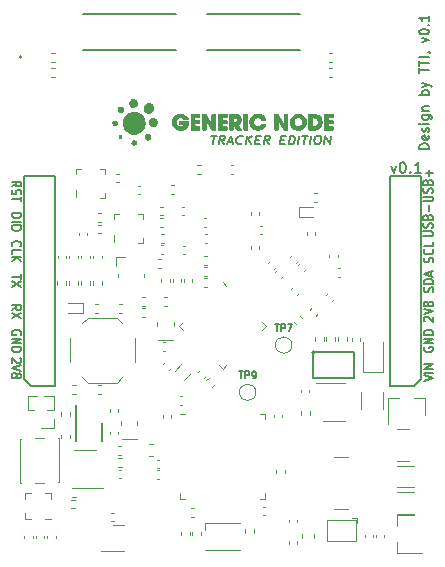
<source format=gto>
G04 #@! TF.GenerationSoftware,KiCad,Pcbnew,(5.1.8)-1*
G04 #@! TF.CreationDate,2021-01-12T15:50:27+01:00*
G04 #@! TF.ProjectId,pcb-LR1110,7063622d-4c52-4313-9131-302e6b696361,1.1*
G04 #@! TF.SameCoordinates,PX8f0d180PY5f5e100*
G04 #@! TF.FileFunction,Legend,Top*
G04 #@! TF.FilePolarity,Positive*
%FSLAX46Y46*%
G04 Gerber Fmt 4.6, Leading zero omitted, Abs format (unit mm)*
G04 Created by KiCad (PCBNEW (5.1.8)-1) date 2021-01-12 15:50:27*
%MOMM*%
%LPD*%
G01*
G04 APERTURE LIST*
%ADD10C,0.180000*%
%ADD11C,0.160000*%
%ADD12C,0.150000*%
%ADD13C,0.200000*%
%ADD14C,0.175000*%
%ADD15C,0.120000*%
%ADD16C,0.010000*%
%ADD17C,0.127000*%
%ADD18C,0.100000*%
G04 APERTURE END LIST*
D10*
X17461904Y11276191D02*
X16661904Y11276191D01*
X16661904Y11466667D01*
X16700000Y11580953D01*
X16776190Y11657143D01*
X16852380Y11695239D01*
X17004761Y11733334D01*
X17119047Y11733334D01*
X17271428Y11695239D01*
X17347619Y11657143D01*
X17423809Y11580953D01*
X17461904Y11466667D01*
X17461904Y11276191D01*
X17423809Y12380953D02*
X17461904Y12304762D01*
X17461904Y12152381D01*
X17423809Y12076191D01*
X17347619Y12038096D01*
X17042857Y12038096D01*
X16966666Y12076191D01*
X16928571Y12152381D01*
X16928571Y12304762D01*
X16966666Y12380953D01*
X17042857Y12419048D01*
X17119047Y12419048D01*
X17195238Y12038096D01*
X17423809Y12723810D02*
X17461904Y12800000D01*
X17461904Y12952381D01*
X17423809Y13028572D01*
X17347619Y13066667D01*
X17309523Y13066667D01*
X17233333Y13028572D01*
X17195238Y12952381D01*
X17195238Y12838096D01*
X17157142Y12761905D01*
X17080952Y12723810D01*
X17042857Y12723810D01*
X16966666Y12761905D01*
X16928571Y12838096D01*
X16928571Y12952381D01*
X16966666Y13028572D01*
X17461904Y13409524D02*
X16928571Y13409524D01*
X16661904Y13409524D02*
X16700000Y13371429D01*
X16738095Y13409524D01*
X16700000Y13447620D01*
X16661904Y13409524D01*
X16738095Y13409524D01*
X16928571Y14133334D02*
X17576190Y14133334D01*
X17652380Y14095239D01*
X17690476Y14057143D01*
X17728571Y13980953D01*
X17728571Y13866667D01*
X17690476Y13790477D01*
X17423809Y14133334D02*
X17461904Y14057143D01*
X17461904Y13904762D01*
X17423809Y13828572D01*
X17385714Y13790477D01*
X17309523Y13752381D01*
X17080952Y13752381D01*
X17004761Y13790477D01*
X16966666Y13828572D01*
X16928571Y13904762D01*
X16928571Y14057143D01*
X16966666Y14133334D01*
X16928571Y14514286D02*
X17461904Y14514286D01*
X17004761Y14514286D02*
X16966666Y14552381D01*
X16928571Y14628572D01*
X16928571Y14742858D01*
X16966666Y14819048D01*
X17042857Y14857143D01*
X17461904Y14857143D01*
X17461904Y15847620D02*
X16661904Y15847620D01*
X16966666Y15847620D02*
X16928571Y15923810D01*
X16928571Y16076191D01*
X16966666Y16152381D01*
X17004761Y16190477D01*
X17080952Y16228572D01*
X17309523Y16228572D01*
X17385714Y16190477D01*
X17423809Y16152381D01*
X17461904Y16076191D01*
X17461904Y15923810D01*
X17423809Y15847620D01*
X16928571Y16495239D02*
X17461904Y16685715D01*
X16928571Y16876191D02*
X17461904Y16685715D01*
X17652380Y16609524D01*
X17690476Y16571429D01*
X17728571Y16495239D01*
X16661904Y17676191D02*
X16661904Y18133334D01*
X17461904Y17904762D02*
X16661904Y17904762D01*
X16661904Y18285715D02*
X16661904Y18742858D01*
X17461904Y18514286D02*
X16661904Y18514286D01*
X17461904Y19009524D02*
X16661904Y19009524D01*
X17423809Y19428572D02*
X17461904Y19428572D01*
X17538095Y19390477D01*
X17576190Y19352381D01*
X16928571Y20304762D02*
X17461904Y20495239D01*
X16928571Y20685715D01*
X16661904Y21142858D02*
X16661904Y21219048D01*
X16700000Y21295239D01*
X16738095Y21333334D01*
X16814285Y21371429D01*
X16966666Y21409524D01*
X17157142Y21409524D01*
X17309523Y21371429D01*
X17385714Y21333334D01*
X17423809Y21295239D01*
X17461904Y21219048D01*
X17461904Y21142858D01*
X17423809Y21066667D01*
X17385714Y21028572D01*
X17309523Y20990477D01*
X17157142Y20952381D01*
X16966666Y20952381D01*
X16814285Y20990477D01*
X16738095Y21028572D01*
X16700000Y21066667D01*
X16661904Y21142858D01*
X17385714Y21752381D02*
X17423809Y21790477D01*
X17461904Y21752381D01*
X17423809Y21714286D01*
X17385714Y21752381D01*
X17461904Y21752381D01*
X17461904Y22552381D02*
X17461904Y22095239D01*
X17461904Y22323810D02*
X16661904Y22323810D01*
X16776190Y22247620D01*
X16852380Y22171429D01*
X16890476Y22095239D01*
D11*
X-17861905Y8083334D02*
X-17480953Y8316667D01*
X-17861905Y8483334D02*
X-17061905Y8483334D01*
X-17061905Y8216667D01*
X-17100000Y8150000D01*
X-17138096Y8116667D01*
X-17214286Y8083334D01*
X-17328572Y8083334D01*
X-17404762Y8116667D01*
X-17442858Y8150000D01*
X-17480953Y8216667D01*
X-17480953Y8483334D01*
X-17823810Y7816667D02*
X-17861905Y7716667D01*
X-17861905Y7550000D01*
X-17823810Y7483334D01*
X-17785715Y7450000D01*
X-17709524Y7416667D01*
X-17633334Y7416667D01*
X-17557143Y7450000D01*
X-17519048Y7483334D01*
X-17480953Y7550000D01*
X-17442858Y7683334D01*
X-17404762Y7750000D01*
X-17366667Y7783334D01*
X-17290477Y7816667D01*
X-17214286Y7816667D01*
X-17138096Y7783334D01*
X-17100000Y7750000D01*
X-17061905Y7683334D01*
X-17061905Y7516667D01*
X-17100000Y7416667D01*
X-17061905Y7216667D02*
X-17061905Y6816667D01*
X-17861905Y7016667D02*
X-17061905Y7016667D01*
X-17861905Y5816667D02*
X-17061905Y5816667D01*
X-17061905Y5650000D01*
X-17100000Y5550000D01*
X-17176191Y5483334D01*
X-17252381Y5450000D01*
X-17404762Y5416667D01*
X-17519048Y5416667D01*
X-17671429Y5450000D01*
X-17747620Y5483334D01*
X-17823810Y5550000D01*
X-17861905Y5650000D01*
X-17861905Y5816667D01*
X-17861905Y5116667D02*
X-17061905Y5116667D01*
X-17061905Y4650000D02*
X-17061905Y4516667D01*
X-17100000Y4450000D01*
X-17176191Y4383334D01*
X-17328572Y4350000D01*
X-17595239Y4350000D01*
X-17747620Y4383334D01*
X-17823810Y4450000D01*
X-17861905Y4516667D01*
X-17861905Y4650000D01*
X-17823810Y4716667D01*
X-17747620Y4783334D01*
X-17595239Y4816667D01*
X-17328572Y4816667D01*
X-17176191Y4783334D01*
X-17100000Y4716667D01*
X-17061905Y4650000D01*
X-17785715Y3016667D02*
X-17823810Y3050000D01*
X-17861905Y3150000D01*
X-17861905Y3216667D01*
X-17823810Y3316667D01*
X-17747620Y3383334D01*
X-17671429Y3416667D01*
X-17519048Y3450000D01*
X-17404762Y3450000D01*
X-17252381Y3416667D01*
X-17176191Y3383334D01*
X-17100000Y3316667D01*
X-17061905Y3216667D01*
X-17061905Y3150000D01*
X-17100000Y3050000D01*
X-17138096Y3016667D01*
X-17861905Y2383334D02*
X-17861905Y2716667D01*
X-17061905Y2716667D01*
X-17861905Y2150000D02*
X-17061905Y2150000D01*
X-17861905Y1750000D02*
X-17404762Y2050000D01*
X-17061905Y1750000D02*
X-17519048Y2150000D01*
X-17061905Y633334D02*
X-17061905Y233334D01*
X-17861905Y433334D02*
X-17061905Y433334D01*
X-17061905Y66667D02*
X-17861905Y-400000D01*
X-17061905Y-400000D02*
X-17861905Y66667D01*
X-17861905Y-2383333D02*
X-17480953Y-2150000D01*
X-17861905Y-1983333D02*
X-17061905Y-1983333D01*
X-17061905Y-2250000D01*
X-17100000Y-2316666D01*
X-17138096Y-2350000D01*
X-17214286Y-2383333D01*
X-17328572Y-2383333D01*
X-17404762Y-2350000D01*
X-17442858Y-2316666D01*
X-17480953Y-2250000D01*
X-17480953Y-1983333D01*
X-17061905Y-2616666D02*
X-17861905Y-3083333D01*
X-17061905Y-3083333D02*
X-17861905Y-2616666D01*
X-17100000Y-4466666D02*
X-17061905Y-4400000D01*
X-17061905Y-4300000D01*
X-17100000Y-4200000D01*
X-17176191Y-4133333D01*
X-17252381Y-4100000D01*
X-17404762Y-4066666D01*
X-17519048Y-4066666D01*
X-17671429Y-4100000D01*
X-17747620Y-4133333D01*
X-17823810Y-4200000D01*
X-17861905Y-4300000D01*
X-17861905Y-4366666D01*
X-17823810Y-4466666D01*
X-17785715Y-4500000D01*
X-17519048Y-4500000D01*
X-17519048Y-4366666D01*
X-17861905Y-4800000D02*
X-17061905Y-4800000D01*
X-17861905Y-5200000D01*
X-17061905Y-5200000D01*
X-17861905Y-5533333D02*
X-17061905Y-5533333D01*
X-17061905Y-5700000D01*
X-17100000Y-5800000D01*
X-17176191Y-5866666D01*
X-17252381Y-5900000D01*
X-17404762Y-5933333D01*
X-17519048Y-5933333D01*
X-17671429Y-5900000D01*
X-17747620Y-5866666D01*
X-17823810Y-5800000D01*
X-17861905Y-5700000D01*
X-17861905Y-5533333D01*
X-17138096Y-6466666D02*
X-17100000Y-6500000D01*
X-17061905Y-6566666D01*
X-17061905Y-6733333D01*
X-17100000Y-6800000D01*
X-17138096Y-6833333D01*
X-17214286Y-6866666D01*
X-17290477Y-6866666D01*
X-17404762Y-6833333D01*
X-17861905Y-6433333D01*
X-17861905Y-6866666D01*
X-17061905Y-7066666D02*
X-17861905Y-7300000D01*
X-17061905Y-7533333D01*
X-17404762Y-7866666D02*
X-17366667Y-7800000D01*
X-17328572Y-7766666D01*
X-17252381Y-7733333D01*
X-17214286Y-7733333D01*
X-17138096Y-7766666D01*
X-17100000Y-7800000D01*
X-17061905Y-7866666D01*
X-17061905Y-8000000D01*
X-17100000Y-8066666D01*
X-17138096Y-8100000D01*
X-17214286Y-8133333D01*
X-17252381Y-8133333D01*
X-17328572Y-8100000D01*
X-17366667Y-8066666D01*
X-17404762Y-8000000D01*
X-17404762Y-7866666D01*
X-17442858Y-7800000D01*
X-17480953Y-7766666D01*
X-17557143Y-7733333D01*
X-17709524Y-7733333D01*
X-17785715Y-7766666D01*
X-17823810Y-7800000D01*
X-17861905Y-7866666D01*
X-17861905Y-8000000D01*
X-17823810Y-8066666D01*
X-17785715Y-8100000D01*
X-17709524Y-8133333D01*
X-17557143Y-8133333D01*
X-17480953Y-8100000D01*
X-17442858Y-8066666D01*
X-17404762Y-8000000D01*
D12*
X-14200000Y-8800000D02*
X-16200000Y-8800000D01*
X-14200000Y9000000D02*
X-14200000Y-8800000D01*
X-16800000Y9000000D02*
X-14200000Y9000000D01*
X-16800000Y-8200000D02*
X-16800000Y9000000D01*
X-16200000Y-8800000D02*
X-16800000Y-8200000D01*
X14200000Y-8800000D02*
X16200000Y-8800000D01*
X14200000Y9000000D02*
X14200000Y-8800000D01*
X16800000Y9000000D02*
X14200000Y9000000D01*
X16800000Y-8200000D02*
X16800000Y9000000D01*
X16200000Y-8800000D02*
X16800000Y-8200000D01*
D11*
X17061904Y-8366666D02*
X17861904Y-8133333D01*
X17061904Y-7900000D01*
X17861904Y-7666666D02*
X17061904Y-7666666D01*
X17861904Y-7333333D02*
X17061904Y-7333333D01*
X17861904Y-6933333D01*
X17061904Y-6933333D01*
X17011904Y6833334D02*
X17659523Y6833334D01*
X17735714Y6866667D01*
X17773809Y6900000D01*
X17811904Y6966667D01*
X17811904Y7100000D01*
X17773809Y7166667D01*
X17735714Y7200000D01*
X17659523Y7233334D01*
X17011904Y7233334D01*
X17773809Y7533334D02*
X17811904Y7633334D01*
X17811904Y7800000D01*
X17773809Y7866667D01*
X17735714Y7900000D01*
X17659523Y7933334D01*
X17583333Y7933334D01*
X17507142Y7900000D01*
X17469047Y7866667D01*
X17430952Y7800000D01*
X17392857Y7666667D01*
X17354761Y7600000D01*
X17316666Y7566667D01*
X17240476Y7533334D01*
X17164285Y7533334D01*
X17088095Y7566667D01*
X17050000Y7600000D01*
X17011904Y7666667D01*
X17011904Y7833334D01*
X17050000Y7933334D01*
X17392857Y8466667D02*
X17430952Y8566667D01*
X17469047Y8600000D01*
X17545238Y8633334D01*
X17659523Y8633334D01*
X17735714Y8600000D01*
X17773809Y8566667D01*
X17811904Y8500000D01*
X17811904Y8233334D01*
X17011904Y8233334D01*
X17011904Y8466667D01*
X17050000Y8533334D01*
X17088095Y8566667D01*
X17164285Y8600000D01*
X17240476Y8600000D01*
X17316666Y8566667D01*
X17354761Y8533334D01*
X17392857Y8466667D01*
X17392857Y8233334D01*
X17507142Y8933334D02*
X17507142Y9466667D01*
X17811904Y9200000D02*
X17202380Y9200000D01*
X17011904Y3883334D02*
X17659523Y3883334D01*
X17735714Y3916667D01*
X17773809Y3950000D01*
X17811904Y4016667D01*
X17811904Y4150000D01*
X17773809Y4216667D01*
X17735714Y4250000D01*
X17659523Y4283334D01*
X17011904Y4283334D01*
X17773809Y4583334D02*
X17811904Y4683334D01*
X17811904Y4850000D01*
X17773809Y4916667D01*
X17735714Y4950000D01*
X17659523Y4983334D01*
X17583333Y4983334D01*
X17507142Y4950000D01*
X17469047Y4916667D01*
X17430952Y4850000D01*
X17392857Y4716667D01*
X17354761Y4650000D01*
X17316666Y4616667D01*
X17240476Y4583334D01*
X17164285Y4583334D01*
X17088095Y4616667D01*
X17050000Y4650000D01*
X17011904Y4716667D01*
X17011904Y4883334D01*
X17050000Y4983334D01*
X17392857Y5516667D02*
X17430952Y5616667D01*
X17469047Y5650000D01*
X17545238Y5683334D01*
X17659523Y5683334D01*
X17735714Y5650000D01*
X17773809Y5616667D01*
X17811904Y5550000D01*
X17811904Y5283334D01*
X17011904Y5283334D01*
X17011904Y5516667D01*
X17050000Y5583334D01*
X17088095Y5616667D01*
X17164285Y5650000D01*
X17240476Y5650000D01*
X17316666Y5616667D01*
X17354761Y5583334D01*
X17392857Y5516667D01*
X17392857Y5283334D01*
X17507142Y5983334D02*
X17507142Y6516667D01*
X17823809Y1666667D02*
X17861904Y1766667D01*
X17861904Y1933334D01*
X17823809Y2000000D01*
X17785714Y2033334D01*
X17709523Y2066667D01*
X17633333Y2066667D01*
X17557142Y2033334D01*
X17519047Y2000000D01*
X17480952Y1933334D01*
X17442857Y1800000D01*
X17404761Y1733334D01*
X17366666Y1700000D01*
X17290476Y1666667D01*
X17214285Y1666667D01*
X17138095Y1700000D01*
X17100000Y1733334D01*
X17061904Y1800000D01*
X17061904Y1966667D01*
X17100000Y2066667D01*
X17785714Y2766667D02*
X17823809Y2733334D01*
X17861904Y2633334D01*
X17861904Y2566667D01*
X17823809Y2466667D01*
X17747619Y2400000D01*
X17671428Y2366667D01*
X17519047Y2333334D01*
X17404761Y2333334D01*
X17252380Y2366667D01*
X17176190Y2400000D01*
X17100000Y2466667D01*
X17061904Y2566667D01*
X17061904Y2633334D01*
X17100000Y2733334D01*
X17138095Y2766667D01*
X17861904Y3400000D02*
X17861904Y3066667D01*
X17061904Y3066667D01*
X17823809Y-850000D02*
X17861904Y-750000D01*
X17861904Y-583333D01*
X17823809Y-516666D01*
X17785714Y-483333D01*
X17709523Y-450000D01*
X17633333Y-450000D01*
X17557142Y-483333D01*
X17519047Y-516666D01*
X17480952Y-583333D01*
X17442857Y-716666D01*
X17404761Y-783333D01*
X17366666Y-816666D01*
X17290476Y-850000D01*
X17214285Y-850000D01*
X17138095Y-816666D01*
X17100000Y-783333D01*
X17061904Y-716666D01*
X17061904Y-550000D01*
X17100000Y-450000D01*
X17861904Y-150000D02*
X17061904Y-150000D01*
X17061904Y16667D01*
X17100000Y116667D01*
X17176190Y183334D01*
X17252380Y216667D01*
X17404761Y250000D01*
X17519047Y250000D01*
X17671428Y216667D01*
X17747619Y183334D01*
X17823809Y116667D01*
X17861904Y16667D01*
X17861904Y-150000D01*
X17633333Y516667D02*
X17633333Y850000D01*
X17861904Y450000D02*
X17061904Y683334D01*
X17861904Y916667D01*
X17138095Y-3333333D02*
X17100000Y-3300000D01*
X17061904Y-3233333D01*
X17061904Y-3066666D01*
X17100000Y-3000000D01*
X17138095Y-2966666D01*
X17214285Y-2933333D01*
X17290476Y-2933333D01*
X17404761Y-2966666D01*
X17861904Y-3366666D01*
X17861904Y-2933333D01*
X17061904Y-2733333D02*
X17861904Y-2500000D01*
X17061904Y-2266666D01*
X17404761Y-1933333D02*
X17366666Y-2000000D01*
X17328571Y-2033333D01*
X17252380Y-2066666D01*
X17214285Y-2066666D01*
X17138095Y-2033333D01*
X17100000Y-2000000D01*
X17061904Y-1933333D01*
X17061904Y-1800000D01*
X17100000Y-1733333D01*
X17138095Y-1700000D01*
X17214285Y-1666666D01*
X17252380Y-1666666D01*
X17328571Y-1700000D01*
X17366666Y-1733333D01*
X17404761Y-1800000D01*
X17404761Y-1933333D01*
X17442857Y-2000000D01*
X17480952Y-2033333D01*
X17557142Y-2066666D01*
X17709523Y-2066666D01*
X17785714Y-2033333D01*
X17823809Y-2000000D01*
X17861904Y-1933333D01*
X17861904Y-1800000D01*
X17823809Y-1733333D01*
X17785714Y-1700000D01*
X17709523Y-1666666D01*
X17557142Y-1666666D01*
X17480952Y-1700000D01*
X17442857Y-1733333D01*
X17404761Y-1800000D01*
X17100000Y-5533333D02*
X17061904Y-5600000D01*
X17061904Y-5700000D01*
X17100000Y-5800000D01*
X17176190Y-5866666D01*
X17252380Y-5900000D01*
X17404761Y-5933333D01*
X17519047Y-5933333D01*
X17671428Y-5900000D01*
X17747619Y-5866666D01*
X17823809Y-5800000D01*
X17861904Y-5700000D01*
X17861904Y-5633333D01*
X17823809Y-5533333D01*
X17785714Y-5500000D01*
X17519047Y-5500000D01*
X17519047Y-5633333D01*
X17861904Y-5200000D02*
X17061904Y-5200000D01*
X17861904Y-4800000D01*
X17061904Y-4800000D01*
X17861904Y-4466666D02*
X17061904Y-4466666D01*
X17061904Y-4300000D01*
X17100000Y-4200000D01*
X17176190Y-4133333D01*
X17252380Y-4100000D01*
X17404761Y-4066666D01*
X17519047Y-4066666D01*
X17671428Y-4100000D01*
X17747619Y-4133333D01*
X17823809Y-4200000D01*
X17861904Y-4300000D01*
X17861904Y-4466666D01*
D13*
X14264285Y9842858D02*
X14478571Y9242858D01*
X14692857Y9842858D01*
X15207142Y10142858D02*
X15292857Y10142858D01*
X15378571Y10100000D01*
X15421428Y10057143D01*
X15464285Y9971429D01*
X15507142Y9800000D01*
X15507142Y9585715D01*
X15464285Y9414286D01*
X15421428Y9328572D01*
X15378571Y9285715D01*
X15292857Y9242858D01*
X15207142Y9242858D01*
X15121428Y9285715D01*
X15078571Y9328572D01*
X15035714Y9414286D01*
X14992857Y9585715D01*
X14992857Y9800000D01*
X15035714Y9971429D01*
X15078571Y10057143D01*
X15121428Y10100000D01*
X15207142Y10142858D01*
X15892857Y9328572D02*
X15935714Y9285715D01*
X15892857Y9242858D01*
X15850000Y9285715D01*
X15892857Y9328572D01*
X15892857Y9242858D01*
X16792857Y9242858D02*
X16278571Y9242858D01*
X16535714Y9242858D02*
X16535714Y10142858D01*
X16450000Y10014286D01*
X16364285Y9928572D01*
X16278571Y9885715D01*
D14*
X-961987Y12383334D02*
X-504844Y12383334D01*
X-820916Y11683334D02*
X-733416Y12383334D01*
X131465Y11683334D02*
X-93535Y12016667D01*
X-325678Y11683334D02*
X-238178Y12383334D01*
X66584Y12383334D01*
X138608Y12350000D01*
X172537Y12316667D01*
X202299Y12250000D01*
X189799Y12150000D01*
X143370Y12083334D01*
X101108Y12050000D01*
X20751Y12016667D01*
X-284011Y12016667D01*
X461227Y11883334D02*
X842180Y11883334D01*
X360037Y11683334D02*
X714203Y12383334D01*
X893370Y11683334D01*
X1625513Y11750000D02*
X1583251Y11716667D01*
X1464799Y11683334D01*
X1388608Y11683334D01*
X1278489Y11716667D01*
X1210632Y11783334D01*
X1180870Y11850000D01*
X1159441Y11983334D01*
X1171941Y12083334D01*
X1226703Y12216667D01*
X1273132Y12283334D01*
X1357656Y12350000D01*
X1476108Y12383334D01*
X1552299Y12383334D01*
X1662418Y12350000D01*
X1696346Y12316667D01*
X1960037Y11683334D02*
X2047537Y12383334D01*
X2417180Y11683334D02*
X2124322Y12083334D01*
X2504680Y12383334D02*
X1997537Y11983334D01*
X2805870Y12050000D02*
X3072537Y12050000D01*
X3140989Y11683334D02*
X2760037Y11683334D01*
X2847537Y12383334D01*
X3228489Y12383334D01*
X3940989Y11683334D02*
X3715989Y12016667D01*
X3483846Y11683334D02*
X3571346Y12383334D01*
X3876108Y12383334D01*
X3948132Y12350000D01*
X3982061Y12316667D01*
X4011822Y12250000D01*
X3999322Y12150000D01*
X3952894Y12083334D01*
X3910632Y12050000D01*
X3830275Y12016667D01*
X3525513Y12016667D01*
X4939203Y12050000D02*
X5205870Y12050000D01*
X5274322Y11683334D02*
X4893370Y11683334D01*
X4980870Y12383334D01*
X5361822Y12383334D01*
X5617180Y11683334D02*
X5704680Y12383334D01*
X5895156Y12383334D01*
X6005275Y12350000D01*
X6073132Y12283334D01*
X6102894Y12216667D01*
X6124322Y12083334D01*
X6111822Y11983334D01*
X6057061Y11850000D01*
X6010632Y11783334D01*
X5926108Y11716667D01*
X5807656Y11683334D01*
X5617180Y11683334D01*
X6417180Y11683334D02*
X6504680Y12383334D01*
X6771346Y12383334D02*
X7228489Y12383334D01*
X6912418Y11683334D02*
X6999918Y12383334D01*
X7407656Y11683334D02*
X7495156Y12383334D01*
X8028489Y12383334D02*
X8180870Y12383334D01*
X8252894Y12350000D01*
X8320751Y12283334D01*
X8342180Y12150000D01*
X8313013Y11916667D01*
X8258251Y11783334D01*
X8173727Y11716667D01*
X8093370Y11683334D01*
X7940989Y11683334D01*
X7868965Y11716667D01*
X7801108Y11783334D01*
X7779680Y11916667D01*
X7808846Y12150000D01*
X7863608Y12283334D01*
X7948132Y12350000D01*
X8028489Y12383334D01*
X8626703Y11683334D02*
X8714203Y12383334D01*
X9083846Y11683334D01*
X9171346Y12383334D01*
D15*
X-3135000Y-11140000D02*
X-3610000Y-11140000D01*
X3610000Y-18360000D02*
X3610000Y-17885000D01*
X3135000Y-18360000D02*
X3610000Y-18360000D01*
X-3610000Y-18360000D02*
X-3610000Y-17885000D01*
X-3135000Y-18360000D02*
X-3610000Y-18360000D01*
X3610000Y-11140000D02*
X3610000Y-11615000D01*
X3135000Y-11140000D02*
X3610000Y-11140000D01*
D16*
G36*
X-7477452Y11992419D02*
G01*
X-7418640Y11965022D01*
X-7365359Y11913242D01*
X-7360435Y11906809D01*
X-7340290Y11861957D01*
X-7333234Y11806012D01*
X-7339268Y11749650D01*
X-7358392Y11703547D01*
X-7360435Y11700692D01*
X-7411777Y11649563D01*
X-7472153Y11618538D01*
X-7536680Y11609550D01*
X-7575550Y11615591D01*
X-7632894Y11643737D01*
X-7676838Y11690378D01*
X-7703888Y11750621D01*
X-7711017Y11805356D01*
X-7699871Y11872972D01*
X-7666614Y11928144D01*
X-7611516Y11970435D01*
X-7607010Y11972818D01*
X-7540630Y11995122D01*
X-7477452Y11992419D01*
G37*
X-7477452Y11992419D02*
X-7418640Y11965022D01*
X-7365359Y11913242D01*
X-7360435Y11906809D01*
X-7340290Y11861957D01*
X-7333234Y11806012D01*
X-7339268Y11749650D01*
X-7358392Y11703547D01*
X-7360435Y11700692D01*
X-7411777Y11649563D01*
X-7472153Y11618538D01*
X-7536680Y11609550D01*
X-7575550Y11615591D01*
X-7632894Y11643737D01*
X-7676838Y11690378D01*
X-7703888Y11750621D01*
X-7711017Y11805356D01*
X-7699871Y11872972D01*
X-7666614Y11928144D01*
X-7611516Y11970435D01*
X-7607010Y11972818D01*
X-7540630Y11995122D01*
X-7477452Y11992419D01*
G36*
X-6296885Y12530085D02*
G01*
X-6240867Y12513736D01*
X-6236019Y12511203D01*
X-6175046Y12464171D01*
X-6132808Y12403268D01*
X-6110833Y12333303D01*
X-6110647Y12259086D01*
X-6133072Y12186875D01*
X-6174852Y12127581D01*
X-6231921Y12084415D01*
X-6298734Y12059371D01*
X-6369745Y12054443D01*
X-6439409Y12071623D01*
X-6445776Y12074487D01*
X-6508997Y12117545D01*
X-6556359Y12177451D01*
X-6584587Y12248989D01*
X-6591230Y12306082D01*
X-6582448Y12349870D01*
X-6559436Y12400871D01*
X-6527438Y12449992D01*
X-6491698Y12488139D01*
X-6482061Y12495395D01*
X-6427415Y12520276D01*
X-6362379Y12532052D01*
X-6296885Y12530085D01*
G37*
X-6296885Y12530085D02*
X-6240867Y12513736D01*
X-6236019Y12511203D01*
X-6175046Y12464171D01*
X-6132808Y12403268D01*
X-6110833Y12333303D01*
X-6110647Y12259086D01*
X-6133072Y12186875D01*
X-6174852Y12127581D01*
X-6231921Y12084415D01*
X-6298734Y12059371D01*
X-6369745Y12054443D01*
X-6439409Y12071623D01*
X-6445776Y12074487D01*
X-6508997Y12117545D01*
X-6556359Y12177451D01*
X-6584587Y12248989D01*
X-6591230Y12306082D01*
X-6582448Y12349870D01*
X-6559436Y12400871D01*
X-6527438Y12449992D01*
X-6491698Y12488139D01*
X-6482061Y12495395D01*
X-6427415Y12520276D01*
X-6362379Y12532052D01*
X-6296885Y12530085D01*
G36*
X-8632167Y12432487D02*
G01*
X-8627412Y12430353D01*
X-8587587Y12399149D01*
X-8564370Y12355655D01*
X-8558740Y12306940D01*
X-8571676Y12260074D01*
X-8599132Y12226025D01*
X-8640675Y12206647D01*
X-8689791Y12204585D01*
X-8736039Y12219246D01*
X-8757228Y12234973D01*
X-8783713Y12275974D01*
X-8790138Y12320655D01*
X-8779668Y12364252D01*
X-8755469Y12401999D01*
X-8720709Y12429131D01*
X-8678553Y12440882D01*
X-8632167Y12432487D01*
G37*
X-8632167Y12432487D02*
X-8627412Y12430353D01*
X-8587587Y12399149D01*
X-8564370Y12355655D01*
X-8558740Y12306940D01*
X-8571676Y12260074D01*
X-8599132Y12226025D01*
X-8640675Y12206647D01*
X-8689791Y12204585D01*
X-8736039Y12219246D01*
X-8757228Y12234973D01*
X-8783713Y12275974D01*
X-8790138Y12320655D01*
X-8779668Y12364252D01*
X-8755469Y12401999D01*
X-8720709Y12429131D01*
X-8678553Y12440882D01*
X-8632167Y12432487D01*
G36*
X-7453552Y14403929D02*
G01*
X-7319057Y14383077D01*
X-7189079Y14342942D01*
X-7065911Y14284254D01*
X-6951846Y14207741D01*
X-6849179Y14114134D01*
X-6760202Y14004160D01*
X-6687210Y13878550D01*
X-6632494Y13738033D01*
X-6627457Y13720878D01*
X-6609244Y13632189D01*
X-6599573Y13530416D01*
X-6598559Y13424924D01*
X-6606318Y13325077D01*
X-6621588Y13245200D01*
X-6672137Y13104997D01*
X-6744569Y12972327D01*
X-6835703Y12852181D01*
X-6931404Y12758619D01*
X-7001153Y12708285D01*
X-7086966Y12659007D01*
X-7179736Y12615235D01*
X-7270353Y12581417D01*
X-7324058Y12566822D01*
X-7411337Y12553692D01*
X-7510371Y12548526D01*
X-7609991Y12551361D01*
X-7699031Y12562234D01*
X-7715250Y12565523D01*
X-7858124Y12609632D01*
X-7992245Y12675944D01*
X-8114408Y12762137D01*
X-8221405Y12865891D01*
X-8310030Y12984884D01*
X-8322000Y13004685D01*
X-8379483Y13125528D01*
X-8419778Y13259629D01*
X-8441891Y13400680D01*
X-8444829Y13542370D01*
X-8427890Y13677000D01*
X-8391223Y13798905D01*
X-8333909Y13920753D01*
X-8259881Y14036087D01*
X-8173070Y14138445D01*
X-8113516Y14193420D01*
X-7990836Y14279921D01*
X-7861207Y14343494D01*
X-7726921Y14384866D01*
X-7590271Y14404768D01*
X-7453552Y14403929D01*
G37*
X-7453552Y14403929D02*
X-7319057Y14383077D01*
X-7189079Y14342942D01*
X-7065911Y14284254D01*
X-6951846Y14207741D01*
X-6849179Y14114134D01*
X-6760202Y14004160D01*
X-6687210Y13878550D01*
X-6632494Y13738033D01*
X-6627457Y13720878D01*
X-6609244Y13632189D01*
X-6599573Y13530416D01*
X-6598559Y13424924D01*
X-6606318Y13325077D01*
X-6621588Y13245200D01*
X-6672137Y13104997D01*
X-6744569Y12972327D01*
X-6835703Y12852181D01*
X-6931404Y12758619D01*
X-7001153Y12708285D01*
X-7086966Y12659007D01*
X-7179736Y12615235D01*
X-7270353Y12581417D01*
X-7324058Y12566822D01*
X-7411337Y12553692D01*
X-7510371Y12548526D01*
X-7609991Y12551361D01*
X-7699031Y12562234D01*
X-7715250Y12565523D01*
X-7858124Y12609632D01*
X-7992245Y12675944D01*
X-8114408Y12762137D01*
X-8221405Y12865891D01*
X-8310030Y12984884D01*
X-8322000Y13004685D01*
X-8379483Y13125528D01*
X-8419778Y13259629D01*
X-8441891Y13400680D01*
X-8444829Y13542370D01*
X-8427890Y13677000D01*
X-8391223Y13798905D01*
X-8333909Y13920753D01*
X-8259881Y14036087D01*
X-8173070Y14138445D01*
X-8113516Y14193420D01*
X-7990836Y14279921D01*
X-7861207Y14343494D01*
X-7726921Y14384866D01*
X-7590271Y14404768D01*
X-7453552Y14403929D01*
G36*
X-3474984Y14234658D02*
G01*
X-3355009Y14204884D01*
X-3241919Y14156514D01*
X-3139314Y14091237D01*
X-3050792Y14010745D01*
X-2979952Y13916728D01*
X-2955560Y13872023D01*
X-2940029Y13837374D01*
X-2934310Y13812536D01*
X-2941174Y13795886D01*
X-2963393Y13785796D01*
X-3003738Y13780641D01*
X-3064980Y13778796D01*
X-3114808Y13778600D01*
X-3284012Y13778600D01*
X-3340631Y13837286D01*
X-3408757Y13895845D01*
X-3480238Y13931540D01*
X-3560660Y13946804D01*
X-3594100Y13947759D01*
X-3684505Y13936723D01*
X-3763443Y13904038D01*
X-3834251Y13848177D01*
X-3851415Y13830032D01*
X-3902452Y13761321D01*
X-3933764Y13688212D01*
X-3947303Y13604656D01*
X-3947071Y13533356D01*
X-3933376Y13435546D01*
X-3902787Y13353794D01*
X-3853291Y13283573D01*
X-3822285Y13252686D01*
X-3763666Y13207338D01*
X-3704538Y13179899D01*
X-3636049Y13167087D01*
X-3585856Y13165052D01*
X-3493725Y13174908D01*
X-3412381Y13203954D01*
X-3345610Y13250499D01*
X-3313776Y13286592D01*
X-3288843Y13322586D01*
X-3275817Y13348525D01*
X-3277021Y13366053D01*
X-3294777Y13376811D01*
X-3331410Y13382442D01*
X-3389243Y13384589D01*
X-3452845Y13384900D01*
X-3530428Y13385278D01*
X-3586208Y13387887D01*
X-3623782Y13394945D01*
X-3646746Y13408667D01*
X-3658697Y13431270D01*
X-3663233Y13464970D01*
X-3663950Y13511983D01*
X-3663950Y13514975D01*
X-3663818Y13553296D01*
X-3661665Y13583689D01*
X-3654854Y13607073D01*
X-3640749Y13624365D01*
X-3616714Y13636483D01*
X-3580113Y13644345D01*
X-3528310Y13648870D01*
X-3458669Y13650976D01*
X-3368553Y13651581D01*
X-3271669Y13651600D01*
X-3162188Y13651557D01*
X-3075458Y13650880D01*
X-3008831Y13648747D01*
X-2959659Y13644334D01*
X-2925294Y13636821D01*
X-2903088Y13625384D01*
X-2890392Y13609202D01*
X-2884559Y13587452D01*
X-2882940Y13559313D01*
X-2882900Y13530886D01*
X-2893904Y13428022D01*
X-2924856Y13321147D01*
X-2972669Y13216951D01*
X-3034254Y13122122D01*
X-3106523Y13043350D01*
X-3109006Y13041143D01*
X-3178702Y12989252D01*
X-3262758Y12941423D01*
X-3350208Y12903648D01*
X-3377109Y12894665D01*
X-3433917Y12882416D01*
X-3506236Y12874116D01*
X-3584414Y12870247D01*
X-3658797Y12871292D01*
X-3718794Y12877565D01*
X-3840393Y12911589D01*
X-3951863Y12966796D01*
X-4051079Y13040449D01*
X-4135916Y13129810D01*
X-4204248Y13232143D01*
X-4253950Y13344711D01*
X-4282898Y13464777D01*
X-4288967Y13589603D01*
X-4287642Y13610218D01*
X-4265183Y13740851D01*
X-4220685Y13860429D01*
X-4155746Y13967201D01*
X-4071963Y14059416D01*
X-3970931Y14135321D01*
X-3854249Y14193164D01*
X-3723512Y14231193D01*
X-3721199Y14231654D01*
X-3598247Y14244145D01*
X-3474984Y14234658D01*
G37*
X-3474984Y14234658D02*
X-3355009Y14204884D01*
X-3241919Y14156514D01*
X-3139314Y14091237D01*
X-3050792Y14010745D01*
X-2979952Y13916728D01*
X-2955560Y13872023D01*
X-2940029Y13837374D01*
X-2934310Y13812536D01*
X-2941174Y13795886D01*
X-2963393Y13785796D01*
X-3003738Y13780641D01*
X-3064980Y13778796D01*
X-3114808Y13778600D01*
X-3284012Y13778600D01*
X-3340631Y13837286D01*
X-3408757Y13895845D01*
X-3480238Y13931540D01*
X-3560660Y13946804D01*
X-3594100Y13947759D01*
X-3684505Y13936723D01*
X-3763443Y13904038D01*
X-3834251Y13848177D01*
X-3851415Y13830032D01*
X-3902452Y13761321D01*
X-3933764Y13688212D01*
X-3947303Y13604656D01*
X-3947071Y13533356D01*
X-3933376Y13435546D01*
X-3902787Y13353794D01*
X-3853291Y13283573D01*
X-3822285Y13252686D01*
X-3763666Y13207338D01*
X-3704538Y13179899D01*
X-3636049Y13167087D01*
X-3585856Y13165052D01*
X-3493725Y13174908D01*
X-3412381Y13203954D01*
X-3345610Y13250499D01*
X-3313776Y13286592D01*
X-3288843Y13322586D01*
X-3275817Y13348525D01*
X-3277021Y13366053D01*
X-3294777Y13376811D01*
X-3331410Y13382442D01*
X-3389243Y13384589D01*
X-3452845Y13384900D01*
X-3530428Y13385278D01*
X-3586208Y13387887D01*
X-3623782Y13394945D01*
X-3646746Y13408667D01*
X-3658697Y13431270D01*
X-3663233Y13464970D01*
X-3663950Y13511983D01*
X-3663950Y13514975D01*
X-3663818Y13553296D01*
X-3661665Y13583689D01*
X-3654854Y13607073D01*
X-3640749Y13624365D01*
X-3616714Y13636483D01*
X-3580113Y13644345D01*
X-3528310Y13648870D01*
X-3458669Y13650976D01*
X-3368553Y13651581D01*
X-3271669Y13651600D01*
X-3162188Y13651557D01*
X-3075458Y13650880D01*
X-3008831Y13648747D01*
X-2959659Y13644334D01*
X-2925294Y13636821D01*
X-2903088Y13625384D01*
X-2890392Y13609202D01*
X-2884559Y13587452D01*
X-2882940Y13559313D01*
X-2882900Y13530886D01*
X-2893904Y13428022D01*
X-2924856Y13321147D01*
X-2972669Y13216951D01*
X-3034254Y13122122D01*
X-3106523Y13043350D01*
X-3109006Y13041143D01*
X-3178702Y12989252D01*
X-3262758Y12941423D01*
X-3350208Y12903648D01*
X-3377109Y12894665D01*
X-3433917Y12882416D01*
X-3506236Y12874116D01*
X-3584414Y12870247D01*
X-3658797Y12871292D01*
X-3718794Y12877565D01*
X-3840393Y12911589D01*
X-3951863Y12966796D01*
X-4051079Y13040449D01*
X-4135916Y13129810D01*
X-4204248Y13232143D01*
X-4253950Y13344711D01*
X-4282898Y13464777D01*
X-4288967Y13589603D01*
X-4287642Y13610218D01*
X-4265183Y13740851D01*
X-4220685Y13860429D01*
X-4155746Y13967201D01*
X-4071963Y14059416D01*
X-3970931Y14135321D01*
X-3854249Y14193164D01*
X-3723512Y14231193D01*
X-3721199Y14231654D01*
X-3598247Y14244145D01*
X-3474984Y14234658D01*
G36*
X3011261Y14243207D02*
G01*
X3147654Y14221421D01*
X3270004Y14178613D01*
X3379289Y14114245D01*
X3476482Y14027780D01*
X3538625Y13952763D01*
X3573280Y13899779D01*
X3600836Y13846306D01*
X3619554Y13797232D01*
X3627694Y13757443D01*
X3623518Y13731827D01*
X3618906Y13727165D01*
X3599299Y13722457D01*
X3560247Y13718621D01*
X3507704Y13716092D01*
X3456614Y13715295D01*
X3394172Y13715468D01*
X3351897Y13716860D01*
X3324559Y13720482D01*
X3306924Y13727342D01*
X3293761Y13738452D01*
X3285164Y13748383D01*
X3222819Y13820278D01*
X3169515Y13873160D01*
X3121028Y13909675D01*
X3073136Y13932472D01*
X3021615Y13944200D01*
X2967657Y13947486D01*
X2877382Y13936367D01*
X2796241Y13903386D01*
X2726743Y13851200D01*
X2671398Y13782471D01*
X2632717Y13699855D01*
X2613209Y13606012D01*
X2611364Y13570076D01*
X2619576Y13468858D01*
X2647583Y13381214D01*
X2696776Y13303215D01*
X2712205Y13285143D01*
X2777201Y13225211D01*
X2846275Y13187993D01*
X2925211Y13170861D01*
X2967651Y13169000D01*
X3032119Y13173186D01*
X3087876Y13187571D01*
X3139467Y13214902D01*
X3191441Y13257922D01*
X3248342Y13319377D01*
X3279650Y13357362D01*
X3290673Y13368901D01*
X3305001Y13376680D01*
X3327419Y13381434D01*
X3362711Y13383897D01*
X3415661Y13384801D01*
X3459266Y13384900D01*
X3533044Y13384308D01*
X3583841Y13380802D01*
X3614074Y13371786D01*
X3626160Y13354666D01*
X3622516Y13326848D01*
X3605560Y13285736D01*
X3587078Y13247688D01*
X3519663Y13139249D01*
X3433348Y13046321D01*
X3330714Y12970863D01*
X3214342Y12914833D01*
X3107952Y12884233D01*
X3031259Y12870936D01*
X2965805Y12866565D01*
X2899165Y12870825D01*
X2849202Y12878104D01*
X2726355Y12910977D01*
X2612060Y12965720D01*
X2509460Y13039709D01*
X2421696Y13130321D01*
X2351909Y13234932D01*
X2310848Y13327750D01*
X2289850Y13409956D01*
X2278079Y13504473D01*
X2276010Y13601203D01*
X2284118Y13690052D01*
X2291990Y13727800D01*
X2335799Y13847808D01*
X2399917Y13955740D01*
X2481562Y14049604D01*
X2577955Y14127409D01*
X2686315Y14187162D01*
X2803862Y14226870D01*
X2927815Y14244542D01*
X3011261Y14243207D01*
G37*
X3011261Y14243207D02*
X3147654Y14221421D01*
X3270004Y14178613D01*
X3379289Y14114245D01*
X3476482Y14027780D01*
X3538625Y13952763D01*
X3573280Y13899779D01*
X3600836Y13846306D01*
X3619554Y13797232D01*
X3627694Y13757443D01*
X3623518Y13731827D01*
X3618906Y13727165D01*
X3599299Y13722457D01*
X3560247Y13718621D01*
X3507704Y13716092D01*
X3456614Y13715295D01*
X3394172Y13715468D01*
X3351897Y13716860D01*
X3324559Y13720482D01*
X3306924Y13727342D01*
X3293761Y13738452D01*
X3285164Y13748383D01*
X3222819Y13820278D01*
X3169515Y13873160D01*
X3121028Y13909675D01*
X3073136Y13932472D01*
X3021615Y13944200D01*
X2967657Y13947486D01*
X2877382Y13936367D01*
X2796241Y13903386D01*
X2726743Y13851200D01*
X2671398Y13782471D01*
X2632717Y13699855D01*
X2613209Y13606012D01*
X2611364Y13570076D01*
X2619576Y13468858D01*
X2647583Y13381214D01*
X2696776Y13303215D01*
X2712205Y13285143D01*
X2777201Y13225211D01*
X2846275Y13187993D01*
X2925211Y13170861D01*
X2967651Y13169000D01*
X3032119Y13173186D01*
X3087876Y13187571D01*
X3139467Y13214902D01*
X3191441Y13257922D01*
X3248342Y13319377D01*
X3279650Y13357362D01*
X3290673Y13368901D01*
X3305001Y13376680D01*
X3327419Y13381434D01*
X3362711Y13383897D01*
X3415661Y13384801D01*
X3459266Y13384900D01*
X3533044Y13384308D01*
X3583841Y13380802D01*
X3614074Y13371786D01*
X3626160Y13354666D01*
X3622516Y13326848D01*
X3605560Y13285736D01*
X3587078Y13247688D01*
X3519663Y13139249D01*
X3433348Y13046321D01*
X3330714Y12970863D01*
X3214342Y12914833D01*
X3107952Y12884233D01*
X3031259Y12870936D01*
X2965805Y12866565D01*
X2899165Y12870825D01*
X2849202Y12878104D01*
X2726355Y12910977D01*
X2612060Y12965720D01*
X2509460Y13039709D01*
X2421696Y13130321D01*
X2351909Y13234932D01*
X2310848Y13327750D01*
X2289850Y13409956D01*
X2278079Y13504473D01*
X2276010Y13601203D01*
X2284118Y13690052D01*
X2291990Y13727800D01*
X2335799Y13847808D01*
X2399917Y13955740D01*
X2481562Y14049604D01*
X2577955Y14127409D01*
X2686315Y14187162D01*
X2803862Y14226870D01*
X2927815Y14244542D01*
X3011261Y14243207D01*
G36*
X6514733Y14230907D02*
G01*
X6515100Y14230830D01*
X6643246Y14191984D01*
X6756987Y14133938D01*
X6855134Y14059102D01*
X6936502Y13969883D01*
X6999902Y13868688D01*
X7044148Y13757926D01*
X7068052Y13640005D01*
X7070428Y13517331D01*
X7050089Y13392314D01*
X7005847Y13267361D01*
X6998164Y13251012D01*
X6931845Y13142016D01*
X6847658Y13049102D01*
X6748548Y12973788D01*
X6637456Y12917594D01*
X6517325Y12882039D01*
X6391099Y12868641D01*
X6273424Y12876984D01*
X6141779Y12908939D01*
X6023037Y12960438D01*
X5918922Y13029572D01*
X5831158Y13114433D01*
X5761470Y13213115D01*
X5711580Y13323709D01*
X5683214Y13444308D01*
X5677087Y13536794D01*
X5678908Y13557403D01*
X6013805Y13557403D01*
X6013807Y13556618D01*
X6015893Y13495845D01*
X6023045Y13449495D01*
X6037360Y13406762D01*
X6047138Y13384900D01*
X6097063Y13303229D01*
X6160606Y13237858D01*
X6233812Y13192606D01*
X6254750Y13184324D01*
X6303075Y13174263D01*
X6365049Y13170540D01*
X6429726Y13173154D01*
X6486159Y13182102D01*
X6494576Y13184379D01*
X6546250Y13209496D01*
X6600323Y13252078D01*
X6650589Y13305689D01*
X6690842Y13363896D01*
X6711672Y13409465D01*
X6732635Y13506198D01*
X6732434Y13600593D01*
X6712976Y13689603D01*
X6676165Y13770177D01*
X6623907Y13839265D01*
X6558107Y13893819D01*
X6480671Y13930788D01*
X6393504Y13947123D01*
X6375400Y13947645D01*
X6280294Y13936954D01*
X6197852Y13904246D01*
X6128069Y13849518D01*
X6070939Y13772766D01*
X6055168Y13743226D01*
X6033181Y13695286D01*
X6020616Y13655817D01*
X6014986Y13613597D01*
X6013805Y13557403D01*
X5678908Y13557403D01*
X5688868Y13670110D01*
X5722267Y13793880D01*
X5775175Y13906359D01*
X5845484Y14005800D01*
X5931088Y14090459D01*
X6029877Y14158589D01*
X6139744Y14208445D01*
X6258581Y14238280D01*
X6384280Y14246350D01*
X6514733Y14230907D01*
G37*
X6514733Y14230907D02*
X6515100Y14230830D01*
X6643246Y14191984D01*
X6756987Y14133938D01*
X6855134Y14059102D01*
X6936502Y13969883D01*
X6999902Y13868688D01*
X7044148Y13757926D01*
X7068052Y13640005D01*
X7070428Y13517331D01*
X7050089Y13392314D01*
X7005847Y13267361D01*
X6998164Y13251012D01*
X6931845Y13142016D01*
X6847658Y13049102D01*
X6748548Y12973788D01*
X6637456Y12917594D01*
X6517325Y12882039D01*
X6391099Y12868641D01*
X6273424Y12876984D01*
X6141779Y12908939D01*
X6023037Y12960438D01*
X5918922Y13029572D01*
X5831158Y13114433D01*
X5761470Y13213115D01*
X5711580Y13323709D01*
X5683214Y13444308D01*
X5677087Y13536794D01*
X5678908Y13557403D01*
X6013805Y13557403D01*
X6013807Y13556618D01*
X6015893Y13495845D01*
X6023045Y13449495D01*
X6037360Y13406762D01*
X6047138Y13384900D01*
X6097063Y13303229D01*
X6160606Y13237858D01*
X6233812Y13192606D01*
X6254750Y13184324D01*
X6303075Y13174263D01*
X6365049Y13170540D01*
X6429726Y13173154D01*
X6486159Y13182102D01*
X6494576Y13184379D01*
X6546250Y13209496D01*
X6600323Y13252078D01*
X6650589Y13305689D01*
X6690842Y13363896D01*
X6711672Y13409465D01*
X6732635Y13506198D01*
X6732434Y13600593D01*
X6712976Y13689603D01*
X6676165Y13770177D01*
X6623907Y13839265D01*
X6558107Y13893819D01*
X6480671Y13930788D01*
X6393504Y13947123D01*
X6375400Y13947645D01*
X6280294Y13936954D01*
X6197852Y13904246D01*
X6128069Y13849518D01*
X6070939Y13772766D01*
X6055168Y13743226D01*
X6033181Y13695286D01*
X6020616Y13655817D01*
X6014986Y13613597D01*
X6013805Y13557403D01*
X5678908Y13557403D01*
X5688868Y13670110D01*
X5722267Y13793880D01*
X5775175Y13906359D01*
X5845484Y14005800D01*
X5931088Y14090459D01*
X6029877Y14158589D01*
X6139744Y14208445D01*
X6258581Y14238280D01*
X6384280Y14246350D01*
X6514733Y14230907D01*
G36*
X-2225920Y14222830D02*
G01*
X-2145700Y14221918D01*
X-2085209Y14220215D01*
X-2041616Y14217573D01*
X-2012086Y14213841D01*
X-1993787Y14208871D01*
X-1986803Y14205074D01*
X-1974446Y14192464D01*
X-1966991Y14172948D01*
X-1963282Y14140668D01*
X-1962166Y14089767D01*
X-1962150Y14080026D01*
X-1962442Y14026593D01*
X-1965644Y13987748D01*
X-1975245Y13961166D01*
X-1994736Y13944524D01*
X-2027608Y13935497D01*
X-2077348Y13931763D01*
X-2147449Y13930996D01*
X-2185956Y13931000D01*
X-2374900Y13931000D01*
X-2374900Y13715100D01*
X-2199528Y13715100D01*
X-2119125Y13714761D01*
X-2060635Y13712260D01*
X-2020573Y13705380D01*
X-1995451Y13691900D01*
X-1981783Y13669598D01*
X-1976083Y13636256D01*
X-1974864Y13589653D01*
X-1974850Y13572026D01*
X-1975185Y13517986D01*
X-1978548Y13478894D01*
X-1988476Y13452331D01*
X-2008506Y13435879D01*
X-2042177Y13427118D01*
X-2093025Y13423630D01*
X-2164589Y13422996D01*
X-2192782Y13423000D01*
X-2375854Y13423000D01*
X-2368550Y13188050D01*
X-2178396Y13181700D01*
X-2105242Y13179121D01*
X-2053363Y13176565D01*
X-2018645Y13173271D01*
X-1996976Y13168480D01*
X-1984243Y13161431D01*
X-1976331Y13151365D01*
X-1972209Y13143600D01*
X-1963560Y13113914D01*
X-1957663Y13069713D01*
X-1955988Y13031898D01*
X-1957417Y12984724D01*
X-1963586Y12954204D01*
X-1976901Y12931700D01*
X-1986973Y12920773D01*
X-2018146Y12889600D01*
X-2327047Y12889600D01*
X-2426639Y12889829D01*
X-2503936Y12890636D01*
X-2562045Y12892203D01*
X-2604067Y12894712D01*
X-2633108Y12898346D01*
X-2652270Y12903285D01*
X-2664175Y12909371D01*
X-2692400Y12929141D01*
X-2692400Y13555102D01*
X-2692357Y13697643D01*
X-2692176Y13816936D01*
X-2691779Y13915136D01*
X-2691090Y13994395D01*
X-2690031Y14056866D01*
X-2688525Y14104703D01*
X-2686494Y14140058D01*
X-2683861Y14165084D01*
X-2680550Y14181935D01*
X-2676482Y14192764D01*
X-2671580Y14199723D01*
X-2669175Y14202082D01*
X-2659261Y14208668D01*
X-2643828Y14213740D01*
X-2619792Y14217490D01*
X-2584068Y14220107D01*
X-2533570Y14221783D01*
X-2465215Y14222707D01*
X-2375917Y14223069D01*
X-2328703Y14223100D01*
X-2225920Y14222830D01*
G37*
X-2225920Y14222830D02*
X-2145700Y14221918D01*
X-2085209Y14220215D01*
X-2041616Y14217573D01*
X-2012086Y14213841D01*
X-1993787Y14208871D01*
X-1986803Y14205074D01*
X-1974446Y14192464D01*
X-1966991Y14172948D01*
X-1963282Y14140668D01*
X-1962166Y14089767D01*
X-1962150Y14080026D01*
X-1962442Y14026593D01*
X-1965644Y13987748D01*
X-1975245Y13961166D01*
X-1994736Y13944524D01*
X-2027608Y13935497D01*
X-2077348Y13931763D01*
X-2147449Y13930996D01*
X-2185956Y13931000D01*
X-2374900Y13931000D01*
X-2374900Y13715100D01*
X-2199528Y13715100D01*
X-2119125Y13714761D01*
X-2060635Y13712260D01*
X-2020573Y13705380D01*
X-1995451Y13691900D01*
X-1981783Y13669598D01*
X-1976083Y13636256D01*
X-1974864Y13589653D01*
X-1974850Y13572026D01*
X-1975185Y13517986D01*
X-1978548Y13478894D01*
X-1988476Y13452331D01*
X-2008506Y13435879D01*
X-2042177Y13427118D01*
X-2093025Y13423630D01*
X-2164589Y13422996D01*
X-2192782Y13423000D01*
X-2375854Y13423000D01*
X-2368550Y13188050D01*
X-2178396Y13181700D01*
X-2105242Y13179121D01*
X-2053363Y13176565D01*
X-2018645Y13173271D01*
X-1996976Y13168480D01*
X-1984243Y13161431D01*
X-1976331Y13151365D01*
X-1972209Y13143600D01*
X-1963560Y13113914D01*
X-1957663Y13069713D01*
X-1955988Y13031898D01*
X-1957417Y12984724D01*
X-1963586Y12954204D01*
X-1976901Y12931700D01*
X-1986973Y12920773D01*
X-2018146Y12889600D01*
X-2327047Y12889600D01*
X-2426639Y12889829D01*
X-2503936Y12890636D01*
X-2562045Y12892203D01*
X-2604067Y12894712D01*
X-2633108Y12898346D01*
X-2652270Y12903285D01*
X-2664175Y12909371D01*
X-2692400Y12929141D01*
X-2692400Y13555102D01*
X-2692357Y13697643D01*
X-2692176Y13816936D01*
X-2691779Y13915136D01*
X-2691090Y13994395D01*
X-2690031Y14056866D01*
X-2688525Y14104703D01*
X-2686494Y14140058D01*
X-2683861Y14165084D01*
X-2680550Y14181935D01*
X-2676482Y14192764D01*
X-2671580Y14199723D01*
X-2669175Y14202082D01*
X-2659261Y14208668D01*
X-2643828Y14213740D01*
X-2619792Y14217490D01*
X-2584068Y14220107D01*
X-2533570Y14221783D01*
X-2465215Y14222707D01*
X-2375917Y14223069D01*
X-2328703Y14223100D01*
X-2225920Y14222830D01*
G36*
X-825895Y14223371D02*
G01*
X-788148Y14222906D01*
X-736985Y14221782D01*
X-695119Y14218956D01*
X-669400Y14214960D01*
X-665477Y14213381D01*
X-655700Y14205637D01*
X-647517Y14195144D01*
X-640787Y14179738D01*
X-635368Y14157253D01*
X-631119Y14125525D01*
X-627900Y14082388D01*
X-625570Y14025679D01*
X-623987Y13953232D01*
X-623011Y13862882D01*
X-622501Y13752464D01*
X-622316Y13619814D01*
X-622300Y13550258D01*
X-622300Y12951946D01*
X-653473Y12920773D01*
X-671468Y12905254D01*
X-691715Y12895928D01*
X-720996Y12891256D01*
X-766095Y12889697D01*
X-790746Y12889600D01*
X-851225Y12891647D01*
X-895381Y12897397D01*
X-917609Y12905475D01*
X-929089Y12919709D01*
X-952244Y12952911D01*
X-985358Y13002461D01*
X-1026717Y13065745D01*
X-1074607Y13140142D01*
X-1127313Y13223037D01*
X-1169247Y13289650D01*
X-1224482Y13377649D01*
X-1276055Y13459598D01*
X-1322261Y13532802D01*
X-1361391Y13594564D01*
X-1391738Y13642187D01*
X-1411593Y13672974D01*
X-1418541Y13683350D01*
X-1423725Y13688132D01*
X-1427771Y13684960D01*
X-1430772Y13671479D01*
X-1432821Y13645337D01*
X-1434011Y13604179D01*
X-1434433Y13545652D01*
X-1434180Y13467402D01*
X-1433345Y13367076D01*
X-1432855Y13318975D01*
X-1431862Y13203745D01*
X-1431614Y13111556D01*
X-1432184Y13040059D01*
X-1433645Y12986904D01*
X-1436066Y12949741D01*
X-1439520Y12926220D01*
X-1444079Y12913993D01*
X-1445246Y12912575D01*
X-1467678Y12903073D01*
X-1511801Y12895869D01*
X-1572584Y12891618D01*
X-1628477Y12890230D01*
X-1665616Y12891988D01*
X-1690552Y12897862D01*
X-1709839Y12908826D01*
X-1714839Y12912713D01*
X-1746250Y12938141D01*
X-1750020Y13520296D01*
X-1750636Y13640943D01*
X-1750902Y13754917D01*
X-1750832Y13859464D01*
X-1750445Y13951835D01*
X-1749755Y14029277D01*
X-1748779Y14089039D01*
X-1747534Y14128369D01*
X-1746346Y14143317D01*
X-1737044Y14178226D01*
X-1721176Y14201330D01*
X-1694079Y14214957D01*
X-1651088Y14221437D01*
X-1587539Y14223100D01*
X-1586593Y14223100D01*
X-1528555Y14222110D01*
X-1490196Y14218514D01*
X-1465851Y14211371D01*
X-1450651Y14200551D01*
X-1438958Y14184757D01*
X-1415734Y14149869D01*
X-1382635Y14098500D01*
X-1341318Y14033265D01*
X-1293439Y13956777D01*
X-1240655Y13871650D01*
X-1189093Y13787801D01*
X-1134056Y13698226D01*
X-1083143Y13615893D01*
X-1037874Y13543224D01*
X-999774Y13482640D01*
X-970364Y13436562D01*
X-951167Y13407412D01*
X-943746Y13397600D01*
X-942317Y13409791D01*
X-941268Y13444330D01*
X-940615Y13498168D01*
X-940375Y13568256D01*
X-940564Y13651546D01*
X-941198Y13744988D01*
X-941663Y13792409D01*
X-943087Y13908595D01*
X-943997Y14001881D01*
X-943501Y14074763D01*
X-940710Y14129738D01*
X-934732Y14169303D01*
X-924679Y14195956D01*
X-909659Y14212192D01*
X-888782Y14220508D01*
X-861158Y14223402D01*
X-825895Y14223371D01*
G37*
X-825895Y14223371D02*
X-788148Y14222906D01*
X-736985Y14221782D01*
X-695119Y14218956D01*
X-669400Y14214960D01*
X-665477Y14213381D01*
X-655700Y14205637D01*
X-647517Y14195144D01*
X-640787Y14179738D01*
X-635368Y14157253D01*
X-631119Y14125525D01*
X-627900Y14082388D01*
X-625570Y14025679D01*
X-623987Y13953232D01*
X-623011Y13862882D01*
X-622501Y13752464D01*
X-622316Y13619814D01*
X-622300Y13550258D01*
X-622300Y12951946D01*
X-653473Y12920773D01*
X-671468Y12905254D01*
X-691715Y12895928D01*
X-720996Y12891256D01*
X-766095Y12889697D01*
X-790746Y12889600D01*
X-851225Y12891647D01*
X-895381Y12897397D01*
X-917609Y12905475D01*
X-929089Y12919709D01*
X-952244Y12952911D01*
X-985358Y13002461D01*
X-1026717Y13065745D01*
X-1074607Y13140142D01*
X-1127313Y13223037D01*
X-1169247Y13289650D01*
X-1224482Y13377649D01*
X-1276055Y13459598D01*
X-1322261Y13532802D01*
X-1361391Y13594564D01*
X-1391738Y13642187D01*
X-1411593Y13672974D01*
X-1418541Y13683350D01*
X-1423725Y13688132D01*
X-1427771Y13684960D01*
X-1430772Y13671479D01*
X-1432821Y13645337D01*
X-1434011Y13604179D01*
X-1434433Y13545652D01*
X-1434180Y13467402D01*
X-1433345Y13367076D01*
X-1432855Y13318975D01*
X-1431862Y13203745D01*
X-1431614Y13111556D01*
X-1432184Y13040059D01*
X-1433645Y12986904D01*
X-1436066Y12949741D01*
X-1439520Y12926220D01*
X-1444079Y12913993D01*
X-1445246Y12912575D01*
X-1467678Y12903073D01*
X-1511801Y12895869D01*
X-1572584Y12891618D01*
X-1628477Y12890230D01*
X-1665616Y12891988D01*
X-1690552Y12897862D01*
X-1709839Y12908826D01*
X-1714839Y12912713D01*
X-1746250Y12938141D01*
X-1750020Y13520296D01*
X-1750636Y13640943D01*
X-1750902Y13754917D01*
X-1750832Y13859464D01*
X-1750445Y13951835D01*
X-1749755Y14029277D01*
X-1748779Y14089039D01*
X-1747534Y14128369D01*
X-1746346Y14143317D01*
X-1737044Y14178226D01*
X-1721176Y14201330D01*
X-1694079Y14214957D01*
X-1651088Y14221437D01*
X-1587539Y14223100D01*
X-1586593Y14223100D01*
X-1528555Y14222110D01*
X-1490196Y14218514D01*
X-1465851Y14211371D01*
X-1450651Y14200551D01*
X-1438958Y14184757D01*
X-1415734Y14149869D01*
X-1382635Y14098500D01*
X-1341318Y14033265D01*
X-1293439Y13956777D01*
X-1240655Y13871650D01*
X-1189093Y13787801D01*
X-1134056Y13698226D01*
X-1083143Y13615893D01*
X-1037874Y13543224D01*
X-999774Y13482640D01*
X-970364Y13436562D01*
X-951167Y13407412D01*
X-943746Y13397600D01*
X-942317Y13409791D01*
X-941268Y13444330D01*
X-940615Y13498168D01*
X-940375Y13568256D01*
X-940564Y13651546D01*
X-941198Y13744988D01*
X-941663Y13792409D01*
X-943087Y13908595D01*
X-943997Y14001881D01*
X-943501Y14074763D01*
X-940710Y14129738D01*
X-934732Y14169303D01*
X-924679Y14195956D01*
X-909659Y14212192D01*
X-888782Y14220508D01*
X-861158Y14223402D01*
X-825895Y14223371D01*
G36*
X177243Y14222406D02*
G01*
X240904Y14219887D01*
X287312Y14214454D01*
X319181Y14205005D01*
X339224Y14190441D01*
X350156Y14169660D01*
X354692Y14141564D01*
X355545Y14105051D01*
X355405Y14073875D01*
X353825Y14024238D01*
X349828Y13983144D01*
X344223Y13958376D01*
X343200Y13956400D01*
X333229Y13948609D01*
X312151Y13942636D01*
X276497Y13938054D01*
X222797Y13934435D01*
X147580Y13931352D01*
X137020Y13931000D01*
X-57150Y13924650D01*
X-64528Y13715100D01*
X118168Y13715100D01*
X198582Y13714745D01*
X257082Y13712144D01*
X297154Y13705000D01*
X322285Y13691011D01*
X335960Y13667878D01*
X341665Y13633302D01*
X342886Y13584982D01*
X342900Y13566844D01*
X342297Y13515776D01*
X338155Y13478608D01*
X326974Y13453036D01*
X305254Y13436757D01*
X269495Y13427467D01*
X216197Y13422864D01*
X141861Y13420644D01*
X120064Y13420201D01*
X-57150Y13416650D01*
X-57150Y13188050D01*
X137020Y13181700D01*
X215032Y13178653D01*
X271113Y13175120D01*
X308736Y13170675D01*
X331368Y13164891D01*
X342481Y13157338D01*
X343200Y13156300D01*
X348994Y13134970D01*
X353311Y13096031D01*
X355345Y13047266D01*
X355405Y13038825D01*
X355514Y12995762D01*
X353842Y12961886D01*
X347675Y12936097D01*
X334298Y12917295D01*
X310997Y12904379D01*
X275057Y12896248D01*
X223765Y12891803D01*
X154405Y12889944D01*
X64264Y12889569D01*
X-12700Y12889600D01*
X-110953Y12889701D01*
X-186980Y12890158D01*
X-243955Y12891207D01*
X-285052Y12893083D01*
X-313446Y12896022D01*
X-332309Y12900258D01*
X-344816Y12906027D01*
X-354140Y12913563D01*
X-355600Y12915000D01*
X-361414Y12921535D01*
X-366266Y12929955D01*
X-370243Y12942453D01*
X-373432Y12961224D01*
X-375920Y12988461D01*
X-377793Y13026357D01*
X-379139Y13077108D01*
X-380045Y13142906D01*
X-380597Y13225946D01*
X-380882Y13328420D01*
X-380987Y13452524D01*
X-381000Y13556350D01*
X-380971Y13697361D01*
X-380824Y13815165D01*
X-380472Y13911957D01*
X-379830Y13989930D01*
X-378809Y14051279D01*
X-377324Y14098196D01*
X-375286Y14132876D01*
X-372610Y14157512D01*
X-369209Y14174299D01*
X-364995Y14185429D01*
X-359881Y14193098D01*
X-355600Y14197700D01*
X-346497Y14205553D01*
X-334737Y14211598D01*
X-317147Y14216072D01*
X-290554Y14219210D01*
X-251783Y14221246D01*
X-197661Y14222417D01*
X-125013Y14222956D01*
X-30665Y14223099D01*
X-12700Y14223101D01*
X93612Y14223110D01*
X177243Y14222406D01*
G37*
X177243Y14222406D02*
X240904Y14219887D01*
X287312Y14214454D01*
X319181Y14205005D01*
X339224Y14190441D01*
X350156Y14169660D01*
X354692Y14141564D01*
X355545Y14105051D01*
X355405Y14073875D01*
X353825Y14024238D01*
X349828Y13983144D01*
X344223Y13958376D01*
X343200Y13956400D01*
X333229Y13948609D01*
X312151Y13942636D01*
X276497Y13938054D01*
X222797Y13934435D01*
X147580Y13931352D01*
X137020Y13931000D01*
X-57150Y13924650D01*
X-64528Y13715100D01*
X118168Y13715100D01*
X198582Y13714745D01*
X257082Y13712144D01*
X297154Y13705000D01*
X322285Y13691011D01*
X335960Y13667878D01*
X341665Y13633302D01*
X342886Y13584982D01*
X342900Y13566844D01*
X342297Y13515776D01*
X338155Y13478608D01*
X326974Y13453036D01*
X305254Y13436757D01*
X269495Y13427467D01*
X216197Y13422864D01*
X141861Y13420644D01*
X120064Y13420201D01*
X-57150Y13416650D01*
X-57150Y13188050D01*
X137020Y13181700D01*
X215032Y13178653D01*
X271113Y13175120D01*
X308736Y13170675D01*
X331368Y13164891D01*
X342481Y13157338D01*
X343200Y13156300D01*
X348994Y13134970D01*
X353311Y13096031D01*
X355345Y13047266D01*
X355405Y13038825D01*
X355514Y12995762D01*
X353842Y12961886D01*
X347675Y12936097D01*
X334298Y12917295D01*
X310997Y12904379D01*
X275057Y12896248D01*
X223765Y12891803D01*
X154405Y12889944D01*
X64264Y12889569D01*
X-12700Y12889600D01*
X-110953Y12889701D01*
X-186980Y12890158D01*
X-243955Y12891207D01*
X-285052Y12893083D01*
X-313446Y12896022D01*
X-332309Y12900258D01*
X-344816Y12906027D01*
X-354140Y12913563D01*
X-355600Y12915000D01*
X-361414Y12921535D01*
X-366266Y12929955D01*
X-370243Y12942453D01*
X-373432Y12961224D01*
X-375920Y12988461D01*
X-377793Y13026357D01*
X-379139Y13077108D01*
X-380045Y13142906D01*
X-380597Y13225946D01*
X-380882Y13328420D01*
X-380987Y13452524D01*
X-381000Y13556350D01*
X-380971Y13697361D01*
X-380824Y13815165D01*
X-380472Y13911957D01*
X-379830Y13989930D01*
X-378809Y14051279D01*
X-377324Y14098196D01*
X-375286Y14132876D01*
X-372610Y14157512D01*
X-369209Y14174299D01*
X-364995Y14185429D01*
X-359881Y14193098D01*
X-355600Y14197700D01*
X-346497Y14205553D01*
X-334737Y14211598D01*
X-317147Y14216072D01*
X-290554Y14219210D01*
X-251783Y14221246D01*
X-197661Y14222417D01*
X-125013Y14222956D01*
X-30665Y14223099D01*
X-12700Y14223101D01*
X93612Y14223110D01*
X177243Y14222406D01*
G36*
X994902Y14220676D02*
G01*
X1104402Y14214709D01*
X1194801Y14203911D01*
X1269152Y14187439D01*
X1330508Y14164447D01*
X1381921Y14134090D01*
X1426444Y14095523D01*
X1459631Y14057586D01*
X1512292Y13974280D01*
X1543626Y13882818D01*
X1555118Y13778672D01*
X1555235Y13765900D01*
X1544757Y13657158D01*
X1513271Y13562659D01*
X1460701Y13482297D01*
X1386970Y13415963D01*
X1292002Y13363549D01*
X1260645Y13351000D01*
X1252044Y13346391D01*
X1248871Y13338826D01*
X1252766Y13325694D01*
X1265367Y13304389D01*
X1288311Y13272300D01*
X1323238Y13226820D01*
X1371784Y13165340D01*
X1397674Y13132809D01*
X1454568Y13060768D01*
X1496680Y13005764D01*
X1525601Y12965416D01*
X1542924Y12937340D01*
X1550240Y12919157D01*
X1549141Y12908485D01*
X1548348Y12907384D01*
X1534974Y12899385D01*
X1508109Y12894014D01*
X1464144Y12890897D01*
X1399470Y12889661D01*
X1376394Y12889600D01*
X1308374Y12890109D01*
X1261078Y12892023D01*
X1229842Y12895921D01*
X1210005Y12902383D01*
X1196975Y12911918D01*
X1182776Y12929068D01*
X1156701Y12963296D01*
X1121488Y13010901D01*
X1079873Y13068185D01*
X1035050Y13130803D01*
X895350Y13327371D01*
X892107Y13130711D01*
X890396Y13047010D01*
X886933Y12985341D01*
X879479Y12942337D01*
X865794Y12914635D01*
X843639Y12898870D01*
X810777Y12891677D01*
X764967Y12889692D01*
X731668Y12889600D01*
X667170Y12891795D01*
X623726Y12898779D01*
X599725Y12909371D01*
X571500Y12929141D01*
X571500Y13550000D01*
X888320Y13550000D01*
X972912Y13550000D01*
X1025697Y13552265D01*
X1075989Y13558137D01*
X1105970Y13564522D01*
X1164500Y13594218D01*
X1207018Y13640999D01*
X1231078Y13700477D01*
X1234231Y13768262D01*
X1230928Y13788646D01*
X1209120Y13843804D01*
X1169193Y13884014D01*
X1109997Y13909938D01*
X1030378Y13922240D01*
X996950Y13923457D01*
X895350Y13924650D01*
X888320Y13550000D01*
X571500Y13550000D01*
X571500Y14183560D01*
X599725Y14203330D01*
X614290Y14210558D01*
X636707Y14215828D01*
X670581Y14219405D01*
X719520Y14221554D01*
X787131Y14222540D01*
X863250Y14222657D01*
X994902Y14220676D01*
G37*
X994902Y14220676D02*
X1104402Y14214709D01*
X1194801Y14203911D01*
X1269152Y14187439D01*
X1330508Y14164447D01*
X1381921Y14134090D01*
X1426444Y14095523D01*
X1459631Y14057586D01*
X1512292Y13974280D01*
X1543626Y13882818D01*
X1555118Y13778672D01*
X1555235Y13765900D01*
X1544757Y13657158D01*
X1513271Y13562659D01*
X1460701Y13482297D01*
X1386970Y13415963D01*
X1292002Y13363549D01*
X1260645Y13351000D01*
X1252044Y13346391D01*
X1248871Y13338826D01*
X1252766Y13325694D01*
X1265367Y13304389D01*
X1288311Y13272300D01*
X1323238Y13226820D01*
X1371784Y13165340D01*
X1397674Y13132809D01*
X1454568Y13060768D01*
X1496680Y13005764D01*
X1525601Y12965416D01*
X1542924Y12937340D01*
X1550240Y12919157D01*
X1549141Y12908485D01*
X1548348Y12907384D01*
X1534974Y12899385D01*
X1508109Y12894014D01*
X1464144Y12890897D01*
X1399470Y12889661D01*
X1376394Y12889600D01*
X1308374Y12890109D01*
X1261078Y12892023D01*
X1229842Y12895921D01*
X1210005Y12902383D01*
X1196975Y12911918D01*
X1182776Y12929068D01*
X1156701Y12963296D01*
X1121488Y13010901D01*
X1079873Y13068185D01*
X1035050Y13130803D01*
X895350Y13327371D01*
X892107Y13130711D01*
X890396Y13047010D01*
X886933Y12985341D01*
X879479Y12942337D01*
X865794Y12914635D01*
X843639Y12898870D01*
X810777Y12891677D01*
X764967Y12889692D01*
X731668Y12889600D01*
X667170Y12891795D01*
X623726Y12898779D01*
X599725Y12909371D01*
X571500Y12929141D01*
X571500Y13550000D01*
X888320Y13550000D01*
X972912Y13550000D01*
X1025697Y13552265D01*
X1075989Y13558137D01*
X1105970Y13564522D01*
X1164500Y13594218D01*
X1207018Y13640999D01*
X1231078Y13700477D01*
X1234231Y13768262D01*
X1230928Y13788646D01*
X1209120Y13843804D01*
X1169193Y13884014D01*
X1109997Y13909938D01*
X1030378Y13922240D01*
X996950Y13923457D01*
X895350Y13924650D01*
X888320Y13550000D01*
X571500Y13550000D01*
X571500Y14183560D01*
X599725Y14203330D01*
X614290Y14210558D01*
X636707Y14215828D01*
X670581Y14219405D01*
X719520Y14221554D01*
X787131Y14222540D01*
X863250Y14222657D01*
X994902Y14220676D01*
G36*
X1887349Y14223521D02*
G01*
X1913777Y14223100D01*
X1951266Y14223803D01*
X1982804Y14224572D01*
X2008901Y14223403D01*
X2030068Y14218290D01*
X2046815Y14207228D01*
X2059652Y14188212D01*
X2069090Y14159235D01*
X2075638Y14118292D01*
X2079807Y14063378D01*
X2082108Y13992488D01*
X2083050Y13903615D01*
X2083143Y13794755D01*
X2082899Y13663901D01*
X2082800Y13558778D01*
X2082693Y13414159D01*
X2082337Y13292900D01*
X2081672Y13192962D01*
X2080642Y13112308D01*
X2079188Y13048897D01*
X2077253Y13000691D01*
X2074781Y12965651D01*
X2071712Y12941738D01*
X2067990Y12926914D01*
X2064787Y12920603D01*
X2052393Y12908666D01*
X2032568Y12900749D01*
X1999958Y12895734D01*
X1949212Y12892504D01*
X1925714Y12891571D01*
X1869011Y12889911D01*
X1831559Y12890629D01*
X1807239Y12894852D01*
X1789932Y12903710D01*
X1773521Y12918330D01*
X1771924Y12919921D01*
X1739194Y12952651D01*
X1742722Y13569856D01*
X1743357Y13715968D01*
X1743802Y13838708D01*
X1744587Y13940095D01*
X1746239Y14022146D01*
X1749288Y14086880D01*
X1754261Y14136316D01*
X1761686Y14172470D01*
X1772094Y14197362D01*
X1786011Y14213010D01*
X1803967Y14221431D01*
X1826489Y14224645D01*
X1854107Y14224668D01*
X1887349Y14223521D01*
G37*
X1887349Y14223521D02*
X1913777Y14223100D01*
X1951266Y14223803D01*
X1982804Y14224572D01*
X2008901Y14223403D01*
X2030068Y14218290D01*
X2046815Y14207228D01*
X2059652Y14188212D01*
X2069090Y14159235D01*
X2075638Y14118292D01*
X2079807Y14063378D01*
X2082108Y13992488D01*
X2083050Y13903615D01*
X2083143Y13794755D01*
X2082899Y13663901D01*
X2082800Y13558778D01*
X2082693Y13414159D01*
X2082337Y13292900D01*
X2081672Y13192962D01*
X2080642Y13112308D01*
X2079188Y13048897D01*
X2077253Y13000691D01*
X2074781Y12965651D01*
X2071712Y12941738D01*
X2067990Y12926914D01*
X2064787Y12920603D01*
X2052393Y12908666D01*
X2032568Y12900749D01*
X1999958Y12895734D01*
X1949212Y12892504D01*
X1925714Y12891571D01*
X1869011Y12889911D01*
X1831559Y12890629D01*
X1807239Y12894852D01*
X1789932Y12903710D01*
X1773521Y12918330D01*
X1771924Y12919921D01*
X1739194Y12952651D01*
X1742722Y13569856D01*
X1743357Y13715968D01*
X1743802Y13838708D01*
X1744587Y13940095D01*
X1746239Y14022146D01*
X1749288Y14086880D01*
X1754261Y14136316D01*
X1761686Y14172470D01*
X1772094Y14197362D01*
X1786011Y14213010D01*
X1803967Y14221431D01*
X1826489Y14224645D01*
X1854107Y14224668D01*
X1887349Y14223521D01*
G36*
X4497613Y14223553D02*
G01*
X4523968Y14223100D01*
X4582219Y14221873D01*
X4620993Y14217546D01*
X4646125Y14209152D01*
X4658118Y14200875D01*
X4670599Y14185046D01*
X4694512Y14150163D01*
X4728140Y14098904D01*
X4769762Y14033946D01*
X4817661Y13957965D01*
X4870116Y13873638D01*
X4912962Y13804000D01*
X4967459Y13715125D01*
X5018278Y13632483D01*
X5063766Y13558743D01*
X5102271Y13496575D01*
X5132140Y13448649D01*
X5151721Y13417634D01*
X5158811Y13406869D01*
X5163452Y13404244D01*
X5167053Y13412013D01*
X5169687Y13432369D01*
X5171427Y13467505D01*
X5172343Y13519615D01*
X5172509Y13590890D01*
X5171998Y13683525D01*
X5171097Y13779439D01*
X5169721Y13897450D01*
X5168896Y13992529D01*
X5169467Y14067141D01*
X5172281Y14123752D01*
X5178183Y14164827D01*
X5188018Y14192831D01*
X5202632Y14210232D01*
X5222872Y14219494D01*
X5249582Y14223082D01*
X5283608Y14223463D01*
X5323268Y14223100D01*
X5359443Y14223778D01*
X5389874Y14224474D01*
X5415055Y14223180D01*
X5435478Y14217891D01*
X5451636Y14206600D01*
X5464022Y14187301D01*
X5473128Y14157986D01*
X5479447Y14116649D01*
X5483472Y14061284D01*
X5485696Y13989884D01*
X5486610Y13900443D01*
X5486709Y13790953D01*
X5486485Y13659409D01*
X5486400Y13558778D01*
X5486292Y13414028D01*
X5485931Y13292646D01*
X5485260Y13192602D01*
X5484221Y13111863D01*
X5482758Y13048400D01*
X5480814Y13000181D01*
X5478330Y12965175D01*
X5475252Y12941350D01*
X5471521Y12926677D01*
X5468480Y12920748D01*
X5454308Y12907778D01*
X5430953Y12899425D01*
X5392611Y12894287D01*
X5347722Y12891571D01*
X5295219Y12890257D01*
X5249374Y12891006D01*
X5218674Y12893640D01*
X5215075Y12894383D01*
X5203305Y12902058D01*
X5185402Y12921568D01*
X5160300Y12954465D01*
X5126930Y13002300D01*
X5084226Y13066621D01*
X5031120Y13148982D01*
X4966545Y13250931D01*
X4934387Y13302132D01*
X4877585Y13392591D01*
X4825075Y13475897D01*
X4778362Y13549684D01*
X4738954Y13611586D01*
X4708357Y13659238D01*
X4688077Y13690274D01*
X4679621Y13702327D01*
X4679498Y13702400D01*
X4678727Y13690222D01*
X4678481Y13655761D01*
X4678732Y13602128D01*
X4679452Y13532434D01*
X4680615Y13449791D01*
X4682193Y13357309D01*
X4682835Y13323342D01*
X4684887Y13215355D01*
X4686290Y13129883D01*
X4686901Y13064048D01*
X4686579Y13014970D01*
X4685182Y12979769D01*
X4682568Y12955567D01*
X4678597Y12939483D01*
X4673125Y12928639D01*
X4666013Y12920155D01*
X4662841Y12916942D01*
X4645598Y12903097D01*
X4623657Y12894833D01*
X4590437Y12890791D01*
X4539357Y12889614D01*
X4530375Y12889600D01*
X4465832Y12891710D01*
X4422273Y12898443D01*
X4397025Y12909371D01*
X4368800Y12929141D01*
X4368800Y13555102D01*
X4368633Y13702909D01*
X4368442Y13827320D01*
X4368693Y13930335D01*
X4369848Y14013953D01*
X4372373Y14080173D01*
X4376732Y14130995D01*
X4383390Y14168418D01*
X4392810Y14194442D01*
X4405458Y14211066D01*
X4421798Y14220290D01*
X4442294Y14224113D01*
X4467411Y14224534D01*
X4497613Y14223553D01*
G37*
X4497613Y14223553D02*
X4523968Y14223100D01*
X4582219Y14221873D01*
X4620993Y14217546D01*
X4646125Y14209152D01*
X4658118Y14200875D01*
X4670599Y14185046D01*
X4694512Y14150163D01*
X4728140Y14098904D01*
X4769762Y14033946D01*
X4817661Y13957965D01*
X4870116Y13873638D01*
X4912962Y13804000D01*
X4967459Y13715125D01*
X5018278Y13632483D01*
X5063766Y13558743D01*
X5102271Y13496575D01*
X5132140Y13448649D01*
X5151721Y13417634D01*
X5158811Y13406869D01*
X5163452Y13404244D01*
X5167053Y13412013D01*
X5169687Y13432369D01*
X5171427Y13467505D01*
X5172343Y13519615D01*
X5172509Y13590890D01*
X5171998Y13683525D01*
X5171097Y13779439D01*
X5169721Y13897450D01*
X5168896Y13992529D01*
X5169467Y14067141D01*
X5172281Y14123752D01*
X5178183Y14164827D01*
X5188018Y14192831D01*
X5202632Y14210232D01*
X5222872Y14219494D01*
X5249582Y14223082D01*
X5283608Y14223463D01*
X5323268Y14223100D01*
X5359443Y14223778D01*
X5389874Y14224474D01*
X5415055Y14223180D01*
X5435478Y14217891D01*
X5451636Y14206600D01*
X5464022Y14187301D01*
X5473128Y14157986D01*
X5479447Y14116649D01*
X5483472Y14061284D01*
X5485696Y13989884D01*
X5486610Y13900443D01*
X5486709Y13790953D01*
X5486485Y13659409D01*
X5486400Y13558778D01*
X5486292Y13414028D01*
X5485931Y13292646D01*
X5485260Y13192602D01*
X5484221Y13111863D01*
X5482758Y13048400D01*
X5480814Y13000181D01*
X5478330Y12965175D01*
X5475252Y12941350D01*
X5471521Y12926677D01*
X5468480Y12920748D01*
X5454308Y12907778D01*
X5430953Y12899425D01*
X5392611Y12894287D01*
X5347722Y12891571D01*
X5295219Y12890257D01*
X5249374Y12891006D01*
X5218674Y12893640D01*
X5215075Y12894383D01*
X5203305Y12902058D01*
X5185402Y12921568D01*
X5160300Y12954465D01*
X5126930Y13002300D01*
X5084226Y13066621D01*
X5031120Y13148982D01*
X4966545Y13250931D01*
X4934387Y13302132D01*
X4877585Y13392591D01*
X4825075Y13475897D01*
X4778362Y13549684D01*
X4738954Y13611586D01*
X4708357Y13659238D01*
X4688077Y13690274D01*
X4679621Y13702327D01*
X4679498Y13702400D01*
X4678727Y13690222D01*
X4678481Y13655761D01*
X4678732Y13602128D01*
X4679452Y13532434D01*
X4680615Y13449791D01*
X4682193Y13357309D01*
X4682835Y13323342D01*
X4684887Y13215355D01*
X4686290Y13129883D01*
X4686901Y13064048D01*
X4686579Y13014970D01*
X4685182Y12979769D01*
X4682568Y12955567D01*
X4678597Y12939483D01*
X4673125Y12928639D01*
X4666013Y12920155D01*
X4662841Y12916942D01*
X4645598Y12903097D01*
X4623657Y12894833D01*
X4590437Y12890791D01*
X4539357Y12889614D01*
X4530375Y12889600D01*
X4465832Y12891710D01*
X4422273Y12898443D01*
X4397025Y12909371D01*
X4368800Y12929141D01*
X4368800Y13555102D01*
X4368633Y13702909D01*
X4368442Y13827320D01*
X4368693Y13930335D01*
X4369848Y14013953D01*
X4372373Y14080173D01*
X4376732Y14130995D01*
X4383390Y14168418D01*
X4392810Y14194442D01*
X4405458Y14211066D01*
X4421798Y14220290D01*
X4442294Y14224113D01*
X4467411Y14224534D01*
X4497613Y14223553D01*
G36*
X7662860Y14221193D02*
G01*
X7773603Y14216075D01*
X7866065Y14206777D01*
X7943730Y14192584D01*
X8010085Y14172781D01*
X8068612Y14146656D01*
X8122799Y14113493D01*
X8145896Y14096691D01*
X8230945Y14016521D01*
X8298999Y13919606D01*
X8349028Y13808954D01*
X8380007Y13687573D01*
X8390908Y13558471D01*
X8380703Y13424656D01*
X8379008Y13414213D01*
X8347107Y13286478D01*
X8297380Y13176794D01*
X8229562Y13084858D01*
X8143387Y13010369D01*
X8038589Y12953026D01*
X7943850Y12920035D01*
X7907020Y12911957D01*
X7858965Y12905518D01*
X7796344Y12900465D01*
X7715817Y12896543D01*
X7614044Y12893500D01*
X7585863Y12892868D01*
X7304076Y12886870D01*
X7271185Y12919760D01*
X7238294Y12952651D01*
X7241803Y13566548D01*
X7581900Y13566548D01*
X7582217Y13472228D01*
X7583113Y13386174D01*
X7584505Y13311658D01*
X7586311Y13251953D01*
X7588449Y13210332D01*
X7590836Y13190069D01*
X7591425Y13188760D01*
X7609357Y13184147D01*
X7645783Y13183409D01*
X7694197Y13185934D01*
X7748094Y13191110D01*
X7800967Y13198324D01*
X7846309Y13206964D01*
X7875378Y13215484D01*
X7929144Y13248534D01*
X7978403Y13299632D01*
X8017004Y13361479D01*
X8033036Y13402526D01*
X8046643Y13473379D01*
X8051034Y13555520D01*
X8046291Y13637598D01*
X8032492Y13708266D01*
X8030837Y13713591D01*
X7997276Y13785480D01*
X7948787Y13846356D01*
X7890658Y13890070D01*
X7871115Y13899335D01*
X7829714Y13911180D01*
X7771970Y13921074D01*
X7706934Y13927509D01*
X7699375Y13927961D01*
X7581900Y13934461D01*
X7581900Y13566548D01*
X7241803Y13566548D01*
X7241822Y13569856D01*
X7242663Y13711070D01*
X7243497Y13829048D01*
X7244417Y13925953D01*
X7245522Y14003950D01*
X7246906Y14065201D01*
X7248665Y14111870D01*
X7250896Y14146122D01*
X7253695Y14170119D01*
X7257157Y14186026D01*
X7261379Y14196006D01*
X7266457Y14202222D01*
X7270002Y14205081D01*
X7284919Y14211811D01*
X7310734Y14216727D01*
X7350690Y14220050D01*
X7408033Y14222001D01*
X7486005Y14222803D01*
X7530352Y14222845D01*
X7662860Y14221193D01*
G37*
X7662860Y14221193D02*
X7773603Y14216075D01*
X7866065Y14206777D01*
X7943730Y14192584D01*
X8010085Y14172781D01*
X8068612Y14146656D01*
X8122799Y14113493D01*
X8145896Y14096691D01*
X8230945Y14016521D01*
X8298999Y13919606D01*
X8349028Y13808954D01*
X8380007Y13687573D01*
X8390908Y13558471D01*
X8380703Y13424656D01*
X8379008Y13414213D01*
X8347107Y13286478D01*
X8297380Y13176794D01*
X8229562Y13084858D01*
X8143387Y13010369D01*
X8038589Y12953026D01*
X7943850Y12920035D01*
X7907020Y12911957D01*
X7858965Y12905518D01*
X7796344Y12900465D01*
X7715817Y12896543D01*
X7614044Y12893500D01*
X7585863Y12892868D01*
X7304076Y12886870D01*
X7271185Y12919760D01*
X7238294Y12952651D01*
X7241803Y13566548D01*
X7581900Y13566548D01*
X7582217Y13472228D01*
X7583113Y13386174D01*
X7584505Y13311658D01*
X7586311Y13251953D01*
X7588449Y13210332D01*
X7590836Y13190069D01*
X7591425Y13188760D01*
X7609357Y13184147D01*
X7645783Y13183409D01*
X7694197Y13185934D01*
X7748094Y13191110D01*
X7800967Y13198324D01*
X7846309Y13206964D01*
X7875378Y13215484D01*
X7929144Y13248534D01*
X7978403Y13299632D01*
X8017004Y13361479D01*
X8033036Y13402526D01*
X8046643Y13473379D01*
X8051034Y13555520D01*
X8046291Y13637598D01*
X8032492Y13708266D01*
X8030837Y13713591D01*
X7997276Y13785480D01*
X7948787Y13846356D01*
X7890658Y13890070D01*
X7871115Y13899335D01*
X7829714Y13911180D01*
X7771970Y13921074D01*
X7706934Y13927509D01*
X7699375Y13927961D01*
X7581900Y13934461D01*
X7581900Y13566548D01*
X7241803Y13566548D01*
X7241822Y13569856D01*
X7242663Y13711070D01*
X7243497Y13829048D01*
X7244417Y13925953D01*
X7245522Y14003950D01*
X7246906Y14065201D01*
X7248665Y14111870D01*
X7250896Y14146122D01*
X7253695Y14170119D01*
X7257157Y14186026D01*
X7261379Y14196006D01*
X7266457Y14202222D01*
X7270002Y14205081D01*
X7284919Y14211811D01*
X7310734Y14216727D01*
X7350690Y14220050D01*
X7408033Y14222001D01*
X7486005Y14222803D01*
X7530352Y14222845D01*
X7662860Y14221193D01*
G36*
X9158040Y14222393D02*
G01*
X9221270Y14219825D01*
X9267285Y14214285D01*
X9298811Y14204649D01*
X9318576Y14189795D01*
X9329308Y14168601D01*
X9333733Y14139944D01*
X9334578Y14102701D01*
X9334500Y14072669D01*
X9333922Y14022966D01*
X9329889Y13986607D01*
X9318949Y13961416D01*
X9297651Y13945217D01*
X9262544Y13935835D01*
X9210177Y13931094D01*
X9137099Y13928819D01*
X9105302Y13928190D01*
X8921750Y13924650D01*
X8914372Y13715100D01*
X9098316Y13715100D01*
X9178478Y13714630D01*
X9236736Y13711697D01*
X9276585Y13704016D01*
X9301520Y13689303D01*
X9315035Y13665275D01*
X9320627Y13629647D01*
X9321791Y13580135D01*
X9321800Y13569050D01*
X9321079Y13516660D01*
X9316589Y13478586D01*
X9304833Y13452544D01*
X9282316Y13436250D01*
X9245543Y13427418D01*
X9191017Y13423766D01*
X9115245Y13423006D01*
X9098353Y13423000D01*
X8914446Y13423000D01*
X8921750Y13188050D01*
X9115920Y13181700D01*
X9193932Y13178653D01*
X9250013Y13175120D01*
X9287636Y13170675D01*
X9310268Y13164891D01*
X9321381Y13157338D01*
X9322100Y13156300D01*
X9327962Y13134864D01*
X9332298Y13095962D01*
X9334267Y13047522D01*
X9334305Y13041253D01*
X9334587Y12998871D01*
X9333408Y12965640D01*
X9328023Y12940415D01*
X9315683Y12922053D01*
X9293642Y12909408D01*
X9259153Y12901337D01*
X9209468Y12896695D01*
X9141840Y12894338D01*
X9053523Y12893121D01*
X8976765Y12892323D01*
X8875887Y12891371D01*
X8797304Y12891162D01*
X8737918Y12891842D01*
X8694632Y12893560D01*
X8664348Y12896461D01*
X8643969Y12900692D01*
X8630395Y12906400D01*
X8626475Y12908918D01*
X8597900Y12929141D01*
X8597900Y14183560D01*
X8626125Y14203330D01*
X8638645Y14209628D01*
X8658029Y14214472D01*
X8687349Y14218041D01*
X8729678Y14220511D01*
X8788089Y14222059D01*
X8865653Y14222863D01*
X8965444Y14223100D01*
X8969025Y14223100D01*
X9074868Y14223111D01*
X9158040Y14222393D01*
G37*
X9158040Y14222393D02*
X9221270Y14219825D01*
X9267285Y14214285D01*
X9298811Y14204649D01*
X9318576Y14189795D01*
X9329308Y14168601D01*
X9333733Y14139944D01*
X9334578Y14102701D01*
X9334500Y14072669D01*
X9333922Y14022966D01*
X9329889Y13986607D01*
X9318949Y13961416D01*
X9297651Y13945217D01*
X9262544Y13935835D01*
X9210177Y13931094D01*
X9137099Y13928819D01*
X9105302Y13928190D01*
X8921750Y13924650D01*
X8914372Y13715100D01*
X9098316Y13715100D01*
X9178478Y13714630D01*
X9236736Y13711697D01*
X9276585Y13704016D01*
X9301520Y13689303D01*
X9315035Y13665275D01*
X9320627Y13629647D01*
X9321791Y13580135D01*
X9321800Y13569050D01*
X9321079Y13516660D01*
X9316589Y13478586D01*
X9304833Y13452544D01*
X9282316Y13436250D01*
X9245543Y13427418D01*
X9191017Y13423766D01*
X9115245Y13423006D01*
X9098353Y13423000D01*
X8914446Y13423000D01*
X8921750Y13188050D01*
X9115920Y13181700D01*
X9193932Y13178653D01*
X9250013Y13175120D01*
X9287636Y13170675D01*
X9310268Y13164891D01*
X9321381Y13157338D01*
X9322100Y13156300D01*
X9327962Y13134864D01*
X9332298Y13095962D01*
X9334267Y13047522D01*
X9334305Y13041253D01*
X9334587Y12998871D01*
X9333408Y12965640D01*
X9328023Y12940415D01*
X9315683Y12922053D01*
X9293642Y12909408D01*
X9259153Y12901337D01*
X9209468Y12896695D01*
X9141840Y12894338D01*
X9053523Y12893121D01*
X8976765Y12892323D01*
X8875887Y12891371D01*
X8797304Y12891162D01*
X8737918Y12891842D01*
X8694632Y12893560D01*
X8664348Y12896461D01*
X8643969Y12900692D01*
X8630395Y12906400D01*
X8626475Y12908918D01*
X8597900Y12929141D01*
X8597900Y14183560D01*
X8626125Y14203330D01*
X8638645Y14209628D01*
X8658029Y14214472D01*
X8687349Y14218041D01*
X8729678Y14220511D01*
X8788089Y14222059D01*
X8865653Y14222863D01*
X8965444Y14223100D01*
X8969025Y14223100D01*
X9074868Y14223111D01*
X9158040Y14222393D01*
G36*
X-5823016Y13853883D02*
G01*
X-5754989Y13831769D01*
X-5693667Y13791105D01*
X-5663612Y13763359D01*
X-5610951Y13694125D01*
X-5579458Y13616191D01*
X-5568424Y13533761D01*
X-5577138Y13451038D01*
X-5604892Y13372228D01*
X-5650976Y13301533D01*
X-5714681Y13243160D01*
X-5755548Y13218552D01*
X-5805856Y13200952D01*
X-5868902Y13189847D01*
X-5932904Y13186539D01*
X-5986080Y13192332D01*
X-5988050Y13192833D01*
X-6056552Y13219324D01*
X-6118305Y13262881D01*
X-6156346Y13300399D01*
X-6207725Y13373224D01*
X-6236843Y13452962D01*
X-6244444Y13535762D01*
X-6231274Y13617776D01*
X-6198078Y13695153D01*
X-6145602Y13764045D01*
X-6074590Y13820602D01*
X-6053258Y13832772D01*
X-6014415Y13849164D01*
X-5970345Y13857825D01*
X-5911527Y13860547D01*
X-5905500Y13860562D01*
X-5823016Y13853883D01*
G37*
X-5823016Y13853883D02*
X-5754989Y13831769D01*
X-5693667Y13791105D01*
X-5663612Y13763359D01*
X-5610951Y13694125D01*
X-5579458Y13616191D01*
X-5568424Y13533761D01*
X-5577138Y13451038D01*
X-5604892Y13372228D01*
X-5650976Y13301533D01*
X-5714681Y13243160D01*
X-5755548Y13218552D01*
X-5805856Y13200952D01*
X-5868902Y13189847D01*
X-5932904Y13186539D01*
X-5986080Y13192332D01*
X-5988050Y13192833D01*
X-6056552Y13219324D01*
X-6118305Y13262881D01*
X-6156346Y13300399D01*
X-6207725Y13373224D01*
X-6236843Y13452962D01*
X-6244444Y13535762D01*
X-6231274Y13617776D01*
X-6198078Y13695153D01*
X-6145602Y13764045D01*
X-6074590Y13820602D01*
X-6053258Y13832772D01*
X-6014415Y13849164D01*
X-5970345Y13857825D01*
X-5911527Y13860547D01*
X-5905500Y13860562D01*
X-5823016Y13853883D01*
G36*
X-9050177Y13645759D02*
G01*
X-8998842Y13608789D01*
X-8973733Y13575946D01*
X-8949851Y13513935D01*
X-8947986Y13453286D01*
X-8964884Y13397279D01*
X-8997290Y13349191D01*
X-9041949Y13312303D01*
X-9095606Y13289893D01*
X-9155006Y13285241D01*
X-9216895Y13301625D01*
X-9236180Y13311548D01*
X-9277342Y13346612D01*
X-9311019Y13395447D01*
X-9331256Y13448147D01*
X-9334500Y13475119D01*
X-9325379Y13519253D01*
X-9301955Y13568684D01*
X-9270134Y13613326D01*
X-9236265Y13642843D01*
X-9175384Y13664442D01*
X-9111190Y13664862D01*
X-9050177Y13645759D01*
G37*
X-9050177Y13645759D02*
X-8998842Y13608789D01*
X-8973733Y13575946D01*
X-8949851Y13513935D01*
X-8947986Y13453286D01*
X-8964884Y13397279D01*
X-8997290Y13349191D01*
X-9041949Y13312303D01*
X-9095606Y13289893D01*
X-9155006Y13285241D01*
X-9216895Y13301625D01*
X-9236180Y13311548D01*
X-9277342Y13346612D01*
X-9311019Y13395447D01*
X-9331256Y13448147D01*
X-9334500Y13475119D01*
X-9325379Y13519253D01*
X-9301955Y13568684D01*
X-9270134Y13613326D01*
X-9236265Y13642843D01*
X-9175384Y13664442D01*
X-9111190Y13664862D01*
X-9050177Y13645759D01*
G36*
X-6170466Y15131525D02*
G01*
X-6078648Y15098053D01*
X-5999581Y15042892D01*
X-5934499Y14966811D01*
X-5902754Y14911595D01*
X-5869394Y14817220D01*
X-5859511Y14721417D01*
X-5871872Y14627848D01*
X-5905241Y14540176D01*
X-5958386Y14462063D01*
X-6030073Y14397169D01*
X-6087562Y14363056D01*
X-6169760Y14332666D01*
X-6256283Y14317787D01*
X-6338001Y14319665D01*
X-6366073Y14325076D01*
X-6461664Y14361375D01*
X-6542938Y14417110D01*
X-6607640Y14489381D01*
X-6653512Y14575290D01*
X-6678298Y14671937D01*
X-6682124Y14731100D01*
X-6670373Y14834299D01*
X-6637184Y14926396D01*
X-6584818Y15005115D01*
X-6515532Y15068179D01*
X-6431588Y15113312D01*
X-6335245Y15138236D01*
X-6273800Y15142539D01*
X-6170466Y15131525D01*
G37*
X-6170466Y15131525D02*
X-6078648Y15098053D01*
X-5999581Y15042892D01*
X-5934499Y14966811D01*
X-5902754Y14911595D01*
X-5869394Y14817220D01*
X-5859511Y14721417D01*
X-5871872Y14627848D01*
X-5905241Y14540176D01*
X-5958386Y14462063D01*
X-6030073Y14397169D01*
X-6087562Y14363056D01*
X-6169760Y14332666D01*
X-6256283Y14317787D01*
X-6338001Y14319665D01*
X-6366073Y14325076D01*
X-6461664Y14361375D01*
X-6542938Y14417110D01*
X-6607640Y14489381D01*
X-6653512Y14575290D01*
X-6678298Y14671937D01*
X-6682124Y14731100D01*
X-6670373Y14834299D01*
X-6637184Y14926396D01*
X-6584818Y15005115D01*
X-6515532Y15068179D01*
X-6431588Y15113312D01*
X-6335245Y15138236D01*
X-6273800Y15142539D01*
X-6170466Y15131525D01*
G36*
X-8570539Y14833518D02*
G01*
X-8507718Y14806144D01*
X-8468210Y14773262D01*
X-8430383Y14713549D01*
X-8411638Y14643304D01*
X-8412994Y14569849D01*
X-8431404Y14508850D01*
X-8473673Y14443946D01*
X-8529776Y14397366D01*
X-8595433Y14370781D01*
X-8666366Y14365862D01*
X-8738296Y14384279D01*
X-8743950Y14386804D01*
X-8806457Y14428153D01*
X-8852183Y14483843D01*
X-8880057Y14549005D01*
X-8889002Y14618770D01*
X-8877947Y14688267D01*
X-8845815Y14752629D01*
X-8829191Y14773262D01*
X-8776511Y14813789D01*
X-8711479Y14837340D01*
X-8640641Y14843917D01*
X-8570539Y14833518D01*
G37*
X-8570539Y14833518D02*
X-8507718Y14806144D01*
X-8468210Y14773262D01*
X-8430383Y14713549D01*
X-8411638Y14643304D01*
X-8412994Y14569849D01*
X-8431404Y14508850D01*
X-8473673Y14443946D01*
X-8529776Y14397366D01*
X-8595433Y14370781D01*
X-8666366Y14365862D01*
X-8738296Y14384279D01*
X-8743950Y14386804D01*
X-8806457Y14428153D01*
X-8852183Y14483843D01*
X-8880057Y14549005D01*
X-8889002Y14618770D01*
X-8877947Y14688267D01*
X-8845815Y14752629D01*
X-8829191Y14773262D01*
X-8776511Y14813789D01*
X-8711479Y14837340D01*
X-8640641Y14843917D01*
X-8570539Y14833518D01*
G36*
X-7476749Y15474691D02*
G01*
X-7402085Y15441644D01*
X-7336931Y15392405D01*
X-7284867Y15329158D01*
X-7249476Y15254092D01*
X-7234338Y15169392D01*
X-7234039Y15156932D01*
X-7240699Y15073425D01*
X-7263478Y15003984D01*
X-7305154Y14941060D01*
X-7319485Y14924774D01*
X-7385320Y14866068D01*
X-7456682Y14829499D01*
X-7540280Y14811829D01*
X-7556500Y14810450D01*
X-7602943Y14808582D01*
X-7638363Y14812329D01*
X-7673561Y14824117D01*
X-7719338Y14846374D01*
X-7721600Y14847547D01*
X-7799324Y14900847D01*
X-7857698Y14968644D01*
X-7895103Y15048020D01*
X-7909916Y15136057D01*
X-7908234Y15183505D01*
X-7887013Y15270746D01*
X-7843973Y15349561D01*
X-7782442Y15415104D01*
X-7721976Y15454809D01*
X-7640275Y15483460D01*
X-7557339Y15489359D01*
X-7476749Y15474691D01*
G37*
X-7476749Y15474691D02*
X-7402085Y15441644D01*
X-7336931Y15392405D01*
X-7284867Y15329158D01*
X-7249476Y15254092D01*
X-7234338Y15169392D01*
X-7234039Y15156932D01*
X-7240699Y15073425D01*
X-7263478Y15003984D01*
X-7305154Y14941060D01*
X-7319485Y14924774D01*
X-7385320Y14866068D01*
X-7456682Y14829499D01*
X-7540280Y14811829D01*
X-7556500Y14810450D01*
X-7602943Y14808582D01*
X-7638363Y14812329D01*
X-7673561Y14824117D01*
X-7719338Y14846374D01*
X-7721600Y14847547D01*
X-7799324Y14900847D01*
X-7857698Y14968644D01*
X-7895103Y15048020D01*
X-7909916Y15136057D01*
X-7908234Y15183505D01*
X-7887013Y15270746D01*
X-7843973Y15349561D01*
X-7782442Y15415104D01*
X-7721976Y15454809D01*
X-7640275Y15483460D01*
X-7557339Y15489359D01*
X-7476749Y15474691D01*
D17*
X-11780000Y22650000D02*
X-3920000Y22650000D01*
X-1280000Y22650000D02*
X6580000Y22650000D01*
X-11780000Y19650000D02*
X-3920000Y19650000D01*
X-1280000Y19650000D02*
X6580000Y19650000D01*
D13*
X-17000000Y19050000D02*
G75*
G03*
X-17000000Y19050000I-100000J0D01*
G01*
D15*
X12025355Y-21418230D02*
X12025355Y-21633902D01*
X12745355Y-21418230D02*
X12745355Y-21633902D01*
X13695355Y-21418230D02*
X13695355Y-21633902D01*
X12975355Y-21418230D02*
X12975355Y-21633902D01*
X16211252Y-15540000D02*
X14788748Y-15540000D01*
X16211252Y-17360000D02*
X14788748Y-17360000D01*
X16211252Y-19610000D02*
X14788748Y-19610000D01*
X16211252Y-17790000D02*
X14788748Y-17790000D01*
X13560000Y-10761252D02*
X13560000Y-9338748D01*
X11740000Y-10761252D02*
X11740000Y-9338748D01*
X-5190000Y12164D02*
X-5190000Y227836D01*
X-4470000Y12164D02*
X-4470000Y227836D01*
X6310000Y-22187836D02*
X6310000Y-21972164D01*
X5590000Y-22187836D02*
X5590000Y-21972164D01*
X5590000Y-20357836D02*
X5590000Y-20142164D01*
X6310000Y-20357836D02*
X6310000Y-20142164D01*
X7710000Y-21640580D02*
X7710000Y-21359420D01*
X6690000Y-21640580D02*
X6690000Y-21359420D01*
X-2442164Y-19860000D02*
X-2657836Y-19860000D01*
X-2442164Y-19140000D02*
X-2657836Y-19140000D01*
X7360000Y-9112164D02*
X7360000Y-9327836D01*
X6640000Y-9112164D02*
X6640000Y-9327836D01*
X-8787836Y-16610000D02*
X-8572164Y-16610000D01*
X-8787836Y-15890000D02*
X-8572164Y-15890000D01*
X-5427836Y1200000D02*
X-5212164Y1200000D01*
X-5427836Y1920000D02*
X-5212164Y1920000D01*
X-1297164Y4060000D02*
X-1512836Y4060000D01*
X-1297164Y3340000D02*
X-1512836Y3340000D01*
X-10292164Y5090000D02*
X-10507836Y5090000D01*
X-10292164Y5810000D02*
X-10507836Y5810000D01*
X-4987164Y3340000D02*
X-5202836Y3340000D01*
X-4987164Y4060000D02*
X-5202836Y4060000D01*
X-8997836Y8440000D02*
X-8782164Y8440000D01*
X-8997836Y9160000D02*
X-8782164Y9160000D01*
X-3167164Y2365001D02*
X-3382836Y2365001D01*
X-3167164Y3085001D02*
X-3382836Y3085001D01*
X-6807836Y-2010000D02*
X-6592164Y-2010000D01*
X-6807836Y-1290000D02*
X-6592164Y-1290000D01*
X-5212836Y3110000D02*
X-4997164Y3110000D01*
X-5212836Y2390000D02*
X-4997164Y2390000D01*
X-6787836Y-2940000D02*
X-6572164Y-2940000D01*
X-6787836Y-2220000D02*
X-6572164Y-2220000D01*
X-5057836Y-5110000D02*
X-4842164Y-5110000D01*
X-5057836Y-5830000D02*
X-4842164Y-5830000D01*
X-10287164Y4860000D02*
X-10502836Y4860000D01*
X-10287164Y4140000D02*
X-10502836Y4140000D01*
X-12160000Y3942164D02*
X-12160000Y4157836D01*
X-11440000Y3942164D02*
X-11440000Y4157836D01*
X-1337164Y520000D02*
X-1552836Y520000D01*
X-1337164Y1240000D02*
X-1552836Y1240000D01*
X-1342164Y335000D02*
X-1557836Y335000D01*
X-1342164Y-385000D02*
X-1557836Y-385000D01*
X-1337164Y1440000D02*
X-1552836Y1440000D01*
X-1337164Y2160000D02*
X-1552836Y2160000D01*
X-1367164Y4665000D02*
X-1582836Y4665000D01*
X-1367164Y5385000D02*
X-1582836Y5385000D01*
X-3462836Y5640000D02*
X-3247164Y5640000D01*
X-3462836Y6360000D02*
X-3247164Y6360000D01*
X-8622164Y-13890000D02*
X-8837836Y-13890000D01*
X-8622164Y-14610000D02*
X-8837836Y-14610000D01*
X11660000Y-4742164D02*
X11660000Y-4957836D01*
X10940000Y-4742164D02*
X10940000Y-4957836D01*
X-16771000Y-21703836D02*
X-16771000Y-21488164D01*
X-16051000Y-21703836D02*
X-16051000Y-21488164D01*
X-14850000Y-21684836D02*
X-14850000Y-21469164D01*
X-14130000Y-21684836D02*
X-14130000Y-21469164D01*
X-15101000Y-21683836D02*
X-15101000Y-21468164D01*
X-15821000Y-21683836D02*
X-15821000Y-21468164D01*
X-9212164Y-20260000D02*
X-9427836Y-20260000D01*
X-9212164Y-19540000D02*
X-9427836Y-19540000D01*
X-5062164Y6360000D02*
X-5277836Y6360000D01*
X-5062164Y5640000D02*
X-5277836Y5640000D01*
X-5067164Y4665000D02*
X-5282836Y4665000D01*
X-5067164Y5385000D02*
X-5282836Y5385000D01*
X-1383601Y-7992718D02*
X-1536104Y-8145221D01*
X-1892718Y-7483601D02*
X-2045221Y-7636104D01*
X-2544289Y25032D02*
X-2544289Y240704D01*
X-3264289Y25032D02*
X-3264289Y240704D01*
X-3494289Y30031D02*
X-3494289Y245703D01*
X-4214289Y30031D02*
X-4214289Y245703D01*
X2388959Y2807570D02*
X2388959Y3023242D01*
X3108959Y2807570D02*
X3108959Y3023242D01*
X3100000Y5702164D02*
X3100000Y5917836D01*
X2380000Y5702164D02*
X2380000Y5917836D01*
X7773991Y6797917D02*
X7989663Y6797917D01*
X7773991Y7517917D02*
X7989663Y7517917D01*
X4358307Y1129190D02*
X4510810Y1281693D01*
X3849190Y1638307D02*
X4001693Y1790810D01*
X3136098Y4745355D02*
X3351770Y4745355D01*
X3136098Y4025355D02*
X3351770Y4025355D01*
X4428307Y827373D02*
X4580810Y979876D01*
X4937424Y318256D02*
X5089927Y470759D01*
X6245571Y1626404D02*
X6398074Y1778907D01*
X5736454Y2135521D02*
X5888957Y2288024D01*
X-6982164Y8150000D02*
X-7197836Y8150000D01*
X-6982164Y7430000D02*
X-7197836Y7430000D01*
X7120000Y4197836D02*
X7120000Y3982164D01*
X7840000Y4197836D02*
X7840000Y3982164D01*
X-4888896Y-6754779D02*
X-5041399Y-6907282D01*
X-4379779Y-7263896D02*
X-4532282Y-7416399D01*
X6284462Y-1071711D02*
X6436965Y-919208D01*
X5775345Y-562594D02*
X5927848Y-410091D01*
X6920858Y958188D02*
X7073361Y1110691D01*
X6411741Y1467305D02*
X6564244Y1619808D01*
X-11960000Y1992164D02*
X-11960000Y2207836D01*
X-11240000Y1992164D02*
X-11240000Y2207836D01*
X-10240000Y1992164D02*
X-10240000Y2207836D01*
X-10960000Y1992164D02*
X-10960000Y2207836D01*
X907836Y9160000D02*
X692164Y9160000D01*
X907836Y9880000D02*
X692164Y9880000D01*
X8769190Y-1071693D02*
X8921693Y-919190D01*
X9278307Y-1580810D02*
X9430810Y-1428307D01*
X9760000Y2092164D02*
X9760000Y2307836D01*
X9040000Y2092164D02*
X9040000Y2307836D01*
X6069190Y-3374754D02*
X6221693Y-3527257D01*
X6578307Y-2865637D02*
X6730810Y-3018140D01*
X8030810Y-2728307D02*
X7878307Y-2880810D01*
X7521693Y-2219190D02*
X7369190Y-2371693D01*
X9742164Y440000D02*
X9957836Y440000D01*
X9742164Y1160000D02*
X9957836Y1160000D01*
X-12960000Y1992164D02*
X-12960000Y2207836D01*
X-12240000Y1992164D02*
X-12240000Y2207836D01*
X-13240000Y1992164D02*
X-13240000Y2207836D01*
X-13960000Y1992164D02*
X-13960000Y2207836D01*
X3392164Y-19760000D02*
X3607836Y-19760000D01*
X3392164Y-19040000D02*
X3607836Y-19040000D01*
X-3392164Y-10410000D02*
X-3607836Y-10410000D01*
X-3392164Y-9690000D02*
X-3607836Y-9690000D01*
X-5060000Y-11507836D02*
X-5060000Y-11292164D01*
X-4340000Y-11507836D02*
X-4340000Y-11292164D01*
X-5362162Y-15940000D02*
X-5577834Y-15940000D01*
X-5362162Y-16660000D02*
X-5577834Y-16660000D01*
X-5362162Y-15040000D02*
X-5577834Y-15040000D01*
X-5362162Y-15760000D02*
X-5577834Y-15760000D01*
X-13660000Y-13187836D02*
X-13660000Y-12972164D01*
X-12940000Y-13187836D02*
X-12940000Y-12972164D01*
X-8840000Y-10792164D02*
X-8840000Y-11007836D01*
X-9560000Y-10792164D02*
X-9560000Y-11007836D01*
X-9560000Y-12907836D02*
X-9560000Y-12692164D01*
X-8840000Y-12907836D02*
X-8840000Y-12692164D01*
X11900000Y-7600000D02*
X11900000Y-5050000D01*
X13600000Y-7600000D02*
X13600000Y-5050000D01*
X11900000Y-7600000D02*
X13600000Y-7600000D01*
X-1450000Y-22700000D02*
X1450000Y-22700000D01*
X-1450000Y-20400000D02*
X1450000Y-20400000D01*
X-1450000Y-21000000D02*
X-1450000Y-20400000D01*
X14809545Y-15160000D02*
X15790455Y-15160000D01*
X14809545Y-12440000D02*
X15790455Y-12440000D01*
X-5874721Y-13690000D02*
X-6200279Y-13690000D01*
X-5874721Y-14710000D02*
X-6200279Y-14710000D01*
X-14290000Y-12360000D02*
X-15400000Y-12360000D01*
X-14290000Y-11600000D02*
X-14290000Y-12360000D01*
X-15963471Y-10840000D02*
X-16510000Y-10840000D01*
X-14290000Y-10840000D02*
X-14836529Y-10840000D01*
X-16510000Y-10840000D02*
X-16510000Y-9635000D01*
X-14290000Y-10840000D02*
X-14290000Y-9635000D01*
X-15707530Y-9635000D02*
X-16510000Y-9635000D01*
X-14290000Y-9635000D02*
X-15092470Y-9635000D01*
X9480000Y-19250000D02*
X10620000Y-19250000D01*
X9450000Y-14850000D02*
X10590000Y-14850000D01*
X-3261596Y-8303555D02*
X-2696445Y-7738404D01*
X-4053555Y-7511596D02*
X-3488404Y-6946445D01*
X17180000Y-9840000D02*
X17180000Y-11300000D01*
X14020000Y-9840000D02*
X14020000Y-12000000D01*
X14020000Y-9840000D02*
X14950000Y-9840000D01*
X17180000Y-9840000D02*
X16250000Y-9840000D01*
X-4686359Y-1250000D02*
X-4993641Y-1250000D01*
X-4686359Y-2010000D02*
X-4993641Y-2010000D01*
X4570000Y-16203641D02*
X4570000Y-15896359D01*
X5330000Y-16203641D02*
X5330000Y-15896359D01*
X6620000Y-10946359D02*
X6620000Y-11253641D01*
X7380000Y-10946359D02*
X7380000Y-11253641D01*
X-8546359Y-14870000D02*
X-8853641Y-14870000D01*
X-8546359Y-15630000D02*
X-8853641Y-15630000D01*
X-647659Y-8635060D02*
X-864940Y-8852341D01*
X-1185060Y-8097659D02*
X-1402341Y-8314940D01*
X-3555000Y-21131359D02*
X-3555000Y-21438641D01*
X-2795000Y-21131359D02*
X-2795000Y-21438641D01*
X-1820000Y-21131359D02*
X-1820000Y-21438641D01*
X-2580000Y-21131359D02*
X-2580000Y-21438641D01*
X2629999Y-20936360D02*
X2629999Y-21243642D01*
X1869999Y-20936360D02*
X1869999Y-21243642D01*
X10510000Y-4676359D02*
X10510000Y-4983641D01*
X9750000Y-4676359D02*
X9750000Y-4983641D01*
X9500000Y-4676359D02*
X9500000Y-4983641D01*
X8740000Y-4676359D02*
X8740000Y-4983641D01*
X8570000Y-4666359D02*
X8570000Y-4973641D01*
X7810000Y-4666359D02*
X7810000Y-4973641D01*
X-12803641Y-19180000D02*
X-12496359Y-19180000D01*
X-12803641Y-18420000D02*
X-12496359Y-18420000D01*
X-12446359Y-17470000D02*
X-12753641Y-17470000D01*
X-12446359Y-18230000D02*
X-12753641Y-18230000D01*
X-10246359Y-8720000D02*
X-10553641Y-8720000D01*
X-10246359Y-9480000D02*
X-10553641Y-9480000D01*
X-12446359Y-8720000D02*
X-12753641Y-8720000D01*
X-12446359Y-9480000D02*
X-12753641Y-9480000D01*
X-14196359Y19405000D02*
X-14503641Y19405000D01*
X-14196359Y18645000D02*
X-14503641Y18645000D01*
X9304641Y19351000D02*
X8997359Y19351000D01*
X9304641Y18591000D02*
X8997359Y18591000D01*
X-4373641Y8190000D02*
X-4066359Y8190000D01*
X-4373641Y7430000D02*
X-4066359Y7430000D01*
X-14196360Y17370000D02*
X-14503642Y17370000D01*
X-14196360Y18130000D02*
X-14503642Y18130000D01*
X9303641Y17360000D02*
X8996359Y17360000D01*
X9303641Y18120000D02*
X8996359Y18120000D01*
X-10220000Y43641D02*
X-10220000Y-263641D01*
X-10980000Y43641D02*
X-10980000Y-263641D01*
X-11980000Y43641D02*
X-11980000Y-263641D01*
X-11220000Y43641D02*
X-11220000Y-263641D01*
X-2143641Y9130000D02*
X-1836359Y9130000D01*
X-2143641Y9890000D02*
X-1836359Y9890000D01*
X-13220000Y53641D02*
X-13220000Y-253641D01*
X-13980000Y53641D02*
X-13980000Y-253641D01*
X-12980000Y43641D02*
X-12980000Y-263641D01*
X-12220000Y43641D02*
X-12220000Y-263641D01*
X-12920000Y-11036360D02*
X-12920000Y-11343642D01*
X-13680000Y-11036360D02*
X-13680000Y-11343642D01*
X-13850000Y-16950000D02*
X-13850000Y-13250000D01*
X-17150000Y-13300000D02*
X-17150000Y-17000000D01*
X-15850000Y-13200000D02*
X-15150000Y-13200000D01*
X-15850000Y-17000000D02*
X-15150000Y-17000000D01*
X-17150000Y-17000000D02*
X-17050000Y-17000000D01*
X-13950000Y-16950000D02*
X-13850000Y-16950000D01*
X-13850000Y-13250000D02*
X-13950000Y-13250000D01*
X-17150000Y-13300000D02*
X-17050000Y-13300000D01*
D18*
X11400000Y-20450000D02*
X11400000Y-20000000D01*
X11400000Y-20000000D02*
X10950000Y-20000000D01*
X11260000Y-21950000D02*
X8850000Y-21950000D01*
X11260000Y-21950000D02*
X11260000Y-20150000D01*
X11260000Y-20150000D02*
X8850000Y-20150000D01*
X8850000Y-21950000D02*
X8850000Y-20150000D01*
D15*
X14740000Y-19770000D02*
X14740000Y-20700000D01*
X14740000Y-22930000D02*
X14740000Y-22000000D01*
X14740000Y-22930000D02*
X16900000Y-22930000D01*
X14740000Y-19770000D02*
X16200000Y-19770000D01*
X10345001Y-8535001D02*
X7895001Y-8535001D01*
X8545001Y-11755001D02*
X10345001Y-11755001D01*
X-10750000Y-14240000D02*
X-12550000Y-14240000D01*
X-12550000Y-17460000D02*
X-10100000Y-17460000D01*
X-9150000Y3950000D02*
X-9150000Y3425000D01*
X-6740000Y5760000D02*
X-7150000Y5760000D01*
X-6740000Y5350000D02*
X-6740000Y5760000D01*
X-6740000Y3340000D02*
X-7150000Y3340000D01*
X-6740000Y3750000D02*
X-6740000Y3340000D01*
X-9160000Y5760000D02*
X-8750000Y5760000D01*
X-9160000Y5350000D02*
X-9160000Y5760000D01*
X-12410000Y9150000D02*
X-12410000Y9560000D01*
X-12410000Y9560000D02*
X-12000000Y9560000D01*
X-9990000Y7550000D02*
X-9990000Y7140000D01*
X-9990000Y7140000D02*
X-10400000Y7140000D01*
X-9990000Y9150000D02*
X-9990000Y9560000D01*
X-9990000Y9560000D02*
X-10400000Y9560000D01*
X-12400000Y7750000D02*
X-12400000Y7225000D01*
X6436828Y5532916D02*
X7636828Y5532916D01*
X6436828Y6332916D02*
X6436828Y5532916D01*
X7636828Y6332916D02*
X6436828Y6332916D01*
X335876Y-344778D02*
X0Y-8903D01*
X0Y-7391097D02*
X335876Y-7055222D01*
X-335876Y-7055222D02*
X0Y-7391097D01*
X-3691097Y-3700000D02*
X-3355222Y-3364124D01*
X-3355222Y-4035876D02*
X-3691097Y-3700000D01*
X3691097Y-3700000D02*
X3355222Y-4035876D01*
X3355222Y-3364124D02*
X3691097Y-3700000D01*
D12*
X7811803Y-5950000D02*
G75*
G03*
X7811803Y-5950000I-111803J0D01*
G01*
X7700000Y-5950000D02*
X7700000Y-8150000D01*
X7688197Y-5950000D02*
X11100000Y-5950000D01*
X7700000Y-8150000D02*
X11100000Y-8150000D01*
X11100000Y-5950000D02*
X11100000Y-8150000D01*
X-10175000Y-11950000D02*
X-10175000Y-13450000D01*
X-12425000Y-10450000D02*
X-12425000Y-13450000D01*
D15*
X-14500000Y-20050000D02*
X-14500000Y-20050000D01*
X-15000000Y-20050000D02*
X-14500000Y-20050000D01*
X-14500000Y-18350000D02*
X-14500000Y-18350000D01*
X-14500000Y-17850000D02*
X-14500000Y-18350000D01*
X-15000000Y-17850000D02*
X-14500000Y-17850000D01*
X-16200000Y-17850000D02*
X-16200000Y-17850000D01*
X-16700000Y-17850000D02*
X-16200000Y-17850000D01*
X-16700000Y-18350000D02*
X-16700000Y-17850000D01*
X-16700000Y-19550000D02*
X-16700000Y-19550000D01*
X-16700000Y-20050000D02*
X-16700000Y-19550000D01*
X-16200000Y-20050000D02*
X-16700000Y-20050000D01*
X-9300000Y-20540000D02*
X-8300000Y-20540000D01*
X-10300000Y-22760000D02*
X-8300000Y-22760000D01*
X-8270000Y2100000D02*
X-9060000Y2100000D01*
X-6660000Y670000D02*
X-6660000Y450000D01*
X-8880000Y670000D02*
X-8880000Y450000D01*
X-9060000Y1310000D02*
X-9060000Y2100000D01*
X-5530000Y-3690000D02*
X-5530000Y-3390000D01*
X-4130000Y-3690000D02*
X-4130000Y-3390000D01*
X-5480000Y-4890000D02*
X-4180000Y-4890000D01*
X-8550000Y-13300000D02*
X-7250000Y-13300000D01*
X-7200000Y-12100000D02*
X-7200000Y-11800000D01*
X-8600000Y-12100000D02*
X-8600000Y-11800000D01*
X5060000Y-11457836D02*
X5060000Y-11242164D01*
X4340000Y-11457836D02*
X4340000Y-11242164D01*
X-10562164Y-1870000D02*
X-10777836Y-1870000D01*
X-10562164Y-2590000D02*
X-10777836Y-2590000D01*
X-11780000Y-2610000D02*
X-11780000Y-1810000D01*
X-13080000Y-2610000D02*
X-11780000Y-2610000D01*
X-13080000Y-1810000D02*
X-11780000Y-1810000D01*
X-8496359Y-1830000D02*
X-8803641Y-1830000D01*
X-8496359Y-2590000D02*
X-8803641Y-2590000D01*
X-11870000Y-8070000D02*
X-11420000Y-8520000D01*
X-8470000Y-8070000D02*
X-8920000Y-8520000D01*
X-8470000Y-3470000D02*
X-8920000Y-3020000D01*
X-11870000Y-3470000D02*
X-11420000Y-3020000D01*
X-7420000Y-4770000D02*
X-7420000Y-6770000D01*
X-11420000Y-8520000D02*
X-8920000Y-8520000D01*
X-12920000Y-4770000D02*
X-12920000Y-6770000D01*
X-11420000Y-3020000D02*
X-8920000Y-3020000D01*
X5880000Y-5350000D02*
G75*
G03*
X5880000Y-5350000I-700000J0D01*
G01*
X2830000Y-9350000D02*
G75*
G03*
X2830000Y-9350000I-700000J0D01*
G01*
D12*
X4422857Y-3573428D02*
X4765714Y-3573428D01*
X4594285Y-4173428D02*
X4594285Y-3573428D01*
X4965714Y-4173428D02*
X4965714Y-3573428D01*
X5194285Y-3573428D01*
X5251428Y-3602000D01*
X5280000Y-3630571D01*
X5308571Y-3687714D01*
X5308571Y-3773428D01*
X5280000Y-3830571D01*
X5251428Y-3859142D01*
X5194285Y-3887714D01*
X4965714Y-3887714D01*
X5508571Y-3573428D02*
X5908571Y-3573428D01*
X5651428Y-4173428D01*
D10*
D12*
X1372857Y-7573428D02*
X1715714Y-7573428D01*
X1544285Y-8173428D02*
X1544285Y-7573428D01*
X1915714Y-8173428D02*
X1915714Y-7573428D01*
X2144285Y-7573428D01*
X2201428Y-7602000D01*
X2230000Y-7630571D01*
X2258571Y-7687714D01*
X2258571Y-7773428D01*
X2230000Y-7830571D01*
X2201428Y-7859142D01*
X2144285Y-7887714D01*
X1915714Y-7887714D01*
X2544285Y-8173428D02*
X2658571Y-8173428D01*
X2715714Y-8144857D01*
X2744285Y-8116285D01*
X2801428Y-8030571D01*
X2830000Y-7916285D01*
X2830000Y-7687714D01*
X2801428Y-7630571D01*
X2772857Y-7602000D01*
X2715714Y-7573428D01*
X2601428Y-7573428D01*
X2544285Y-7602000D01*
X2515714Y-7630571D01*
X2487142Y-7687714D01*
X2487142Y-7830571D01*
X2515714Y-7887714D01*
X2544285Y-7916285D01*
X2601428Y-7944857D01*
X2715714Y-7944857D01*
X2772857Y-7916285D01*
X2801428Y-7887714D01*
X2830000Y-7830571D01*
D10*
M02*

</source>
